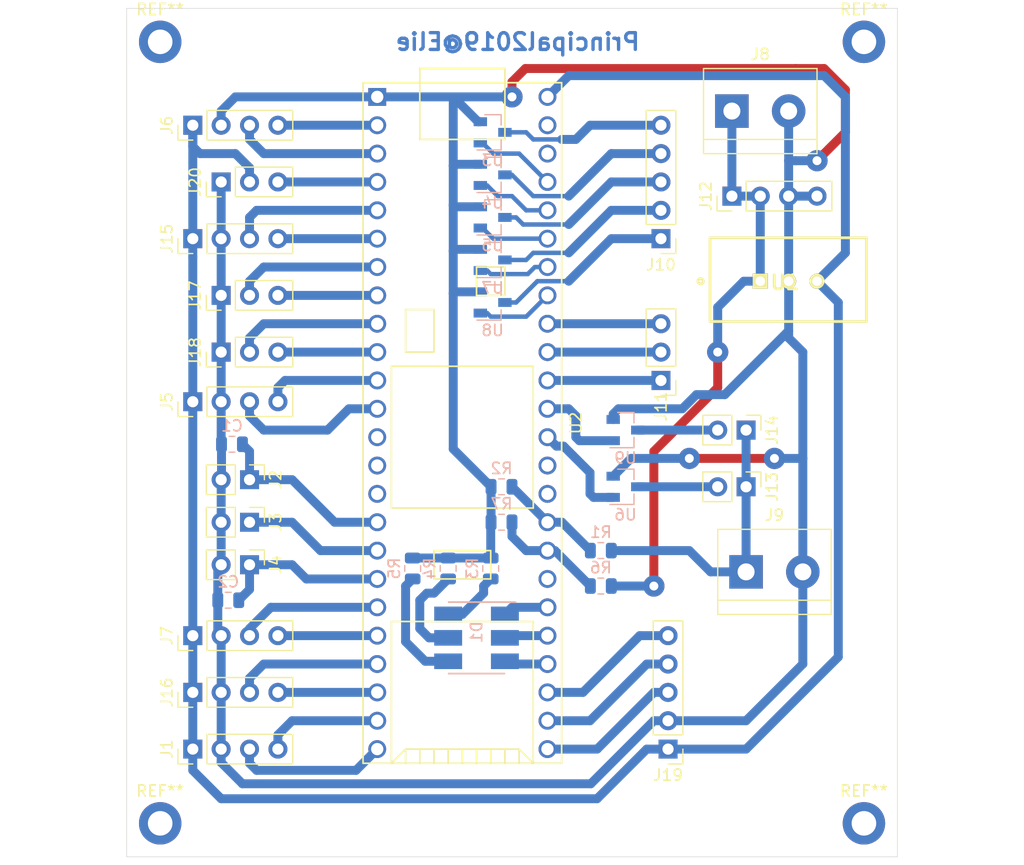
<source format=kicad_pcb>
(kicad_pcb (version 20171130) (host pcbnew 5.0.2-bee76a0~70~ubuntu18.04.1)

  (general
    (thickness 1.6)
    (drawings 5)
    (tracks 277)
    (zones 0)
    (modules 43)
    (nets 61)
  )

  (page A4)
  (title_block
    (title Principal2019)
    (date 2019-04-11)
    (rev 0.1)
    (company "ENAC Robotique")
    (comment 1 "et al.")
    (comment 2 "Adrien Caillet")
    (comment 3 "Elie Grenier")
  )

  (layers
    (0 F.Cu signal)
    (31 B.Cu signal)
    (32 B.Adhes user)
    (33 F.Adhes user)
    (34 B.Paste user)
    (35 F.Paste user)
    (36 B.SilkS user)
    (37 F.SilkS user)
    (38 B.Mask user)
    (39 F.Mask user)
    (40 Dwgs.User user)
    (41 Cmts.User user)
    (42 Eco1.User user)
    (43 Eco2.User user)
    (44 Edge.Cuts user)
    (45 Margin user)
    (46 B.CrtYd user)
    (47 F.CrtYd user)
    (48 B.Fab user)
    (49 F.Fab user)
  )

  (setup
    (last_trace_width 0.8)
    (user_trace_width 0.3)
    (user_trace_width 0.4)
    (user_trace_width 0.8)
    (user_trace_width 1.3)
    (user_trace_width 1.8)
    (trace_clearance 0.2)
    (zone_clearance 0.508)
    (zone_45_only no)
    (trace_min 0.2)
    (segment_width 0.2)
    (edge_width 0.05)
    (via_size 1.9)
    (via_drill 0.8)
    (via_min_size 0.4)
    (via_min_drill 0.3)
    (uvia_size 0.3)
    (uvia_drill 0.1)
    (uvias_allowed no)
    (uvia_min_size 0.2)
    (uvia_min_drill 0.1)
    (pcb_text_width 0.3)
    (pcb_text_size 1.5 1.5)
    (mod_edge_width 0.12)
    (mod_text_size 1 1)
    (mod_text_width 0.15)
    (pad_size 1.524 1.524)
    (pad_drill 0.762)
    (pad_to_mask_clearance 0.051)
    (solder_mask_min_width 0.25)
    (aux_axis_origin 0 0)
    (visible_elements FFFFFF7F)
    (pcbplotparams
      (layerselection 0x010fc_ffffffff)
      (usegerberextensions false)
      (usegerberattributes false)
      (usegerberadvancedattributes false)
      (creategerberjobfile false)
      (excludeedgelayer true)
      (linewidth 0.100000)
      (plotframeref false)
      (viasonmask false)
      (mode 1)
      (useauxorigin false)
      (hpglpennumber 1)
      (hpglpenspeed 20)
      (hpglpendiameter 15.000000)
      (psnegative false)
      (psa4output false)
      (plotreference true)
      (plotvalue true)
      (plotinvisibletext false)
      (padsonsilk false)
      (subtractmaskfromsilk false)
      (outputformat 1)
      (mirror false)
      (drillshape 1)
      (scaleselection 1)
      (outputdirectory ""))
  )

  (net 0 "")
  (net 1 GND)
  (net 2 /tirette)
  (net 3 /selecteur)
  (net 4 "Net-(D1-Pad5)")
  (net 5 /led_G)
  (net 6 /led_R)
  (net 7 "Net-(D1-Pad6)")
  (net 8 "Net-(D1-Pad4)")
  (net 9 /led_B)
  (net 10 +5V)
  (net 11 /Tx4)
  (net 12 /Rx4)
  (net 13 /couleur)
  (net 14 /Tx2)
  (net 15 /Rx2)
  (net 16 /Rx_raspi)
  (net 17 /Tx_raspi)
  (net 18 /CLK)
  (net 19 /DIO)
  (net 20 +12V)
  (net 21 +12P)
  (net 22 "Net-(J10-Pad5)")
  (net 23 "Net-(J10-Pad4)")
  (net 24 "Net-(J10-Pad3)")
  (net 25 "Net-(J10-Pad2)")
  (net 26 "Net-(J10-Pad1)")
  (net 27 /lidar_out3)
  (net 28 /lidar_out2)
  (net 29 /lidar_out1)
  (net 30 "Net-(J13-Pad2)")
  (net 31 "Net-(J14-Pad2)")
  (net 32 /enc1_B)
  (net 33 /enc1_A)
  (net 34 /enc2_A)
  (net 35 /enc2_B)
  (net 36 /mot1_PWM)
  (net 37 /mot1_dir)
  (net 38 /mot2_dir)
  (net 39 /mot2_PWM)
  (net 40 /Tx_dyn)
  (net 41 /Rx_dyn)
  (net 42 /RW_dyn)
  (net 43 /servo)
  (net 44 /Vpower)
  (net 45 /Vsignal)
  (net 46 "Net-(U2-Pad15)")
  (net 47 "Net-(U2-Pad14)")
  (net 48 "Net-(U2-Pad36)")
  (net 49 "Net-(U2-Pad13)")
  (net 50 "Net-(U2-Pad39)")
  (net 51 "Net-(U2-Pad40)")
  (net 52 /vanne)
  (net 53 /pompe)
  (net 54 /lidar_I5)
  (net 55 /lidar_I4)
  (net 56 /lidar_I3)
  (net 57 /lidar_I2)
  (net 58 /lidar_I1)
  (net 59 "Net-(U2-Pad51)")
  (net 60 "Net-(U2-Pad52)")

  (net_class Default "This is the default net class."
    (clearance 0.2)
    (trace_width 0.8)
    (via_dia 1.9)
    (via_drill 0.8)
    (uvia_dia 0.3)
    (uvia_drill 0.1)
    (add_net +12P)
    (add_net +12V)
    (add_net +5V)
    (add_net /CLK)
    (add_net /DIO)
    (add_net /RW_dyn)
    (add_net /Rx2)
    (add_net /Rx4)
    (add_net /Rx_dyn)
    (add_net /Rx_raspi)
    (add_net /Tx2)
    (add_net /Tx4)
    (add_net /Tx_dyn)
    (add_net /Tx_raspi)
    (add_net /Vpower)
    (add_net /Vsignal)
    (add_net /couleur)
    (add_net /enc1_A)
    (add_net /enc1_B)
    (add_net /enc2_A)
    (add_net /enc2_B)
    (add_net /led_B)
    (add_net /led_G)
    (add_net /led_R)
    (add_net /lidar_I1)
    (add_net /lidar_I2)
    (add_net /lidar_I3)
    (add_net /lidar_I4)
    (add_net /lidar_I5)
    (add_net /lidar_out1)
    (add_net /lidar_out2)
    (add_net /lidar_out3)
    (add_net /mot1_PWM)
    (add_net /mot1_dir)
    (add_net /mot2_PWM)
    (add_net /mot2_dir)
    (add_net /pompe)
    (add_net /selecteur)
    (add_net /servo)
    (add_net /tirette)
    (add_net /vanne)
    (add_net GND)
    (add_net "Net-(D1-Pad4)")
    (add_net "Net-(D1-Pad5)")
    (add_net "Net-(D1-Pad6)")
    (add_net "Net-(J10-Pad1)")
    (add_net "Net-(J10-Pad2)")
    (add_net "Net-(J10-Pad3)")
    (add_net "Net-(J10-Pad4)")
    (add_net "Net-(J10-Pad5)")
    (add_net "Net-(J13-Pad2)")
    (add_net "Net-(J14-Pad2)")
    (add_net "Net-(U2-Pad13)")
    (add_net "Net-(U2-Pad14)")
    (add_net "Net-(U2-Pad15)")
    (add_net "Net-(U2-Pad36)")
    (add_net "Net-(U2-Pad39)")
    (add_net "Net-(U2-Pad40)")
    (add_net "Net-(U2-Pad51)")
    (add_net "Net-(U2-Pad52)")
  )

  (module MountingHole:MountingHole_2.2mm_M2_DIN965_Pad (layer F.Cu) (tedit 56D1B4CB) (tstamp 5CAF478C)
    (at 119 70)
    (descr "Mounting Hole 2.2mm, M2, DIN965")
    (tags "mounting hole 2.2mm m2 din965")
    (attr virtual)
    (fp_text reference REF** (at 0 -2.9) (layer F.SilkS)
      (effects (font (size 1 1) (thickness 0.15)))
    )
    (fp_text value MountingHole_2.2mm_M2_DIN965_Pad (at 0 2.9) (layer F.Fab)
      (effects (font (size 1 1) (thickness 0.15)))
    )
    (fp_text user %R (at 0.3 0) (layer F.Fab)
      (effects (font (size 1 1) (thickness 0.15)))
    )
    (fp_circle (center 0 0) (end 1.9 0) (layer Cmts.User) (width 0.15))
    (fp_circle (center 0 0) (end 2.15 0) (layer F.CrtYd) (width 0.05))
    (pad 1 thru_hole circle (at 0 0) (size 3.8 3.8) (drill 2.2) (layers *.Cu *.Mask))
  )

  (module MountingHole:MountingHole_2.2mm_M2_DIN965_Pad (layer F.Cu) (tedit 56D1B4CB) (tstamp 5CAF478C)
    (at 182 140)
    (descr "Mounting Hole 2.2mm, M2, DIN965")
    (tags "mounting hole 2.2mm m2 din965")
    (attr virtual)
    (fp_text reference REF** (at 0 -2.9) (layer F.SilkS)
      (effects (font (size 1 1) (thickness 0.15)))
    )
    (fp_text value MountingHole_2.2mm_M2_DIN965_Pad (at 0 2.9) (layer F.Fab)
      (effects (font (size 1 1) (thickness 0.15)))
    )
    (fp_text user %R (at 0.3 0) (layer F.Fab)
      (effects (font (size 1 1) (thickness 0.15)))
    )
    (fp_circle (center 0 0) (end 1.9 0) (layer Cmts.User) (width 0.15))
    (fp_circle (center 0 0) (end 2.15 0) (layer F.CrtYd) (width 0.05))
    (pad 1 thru_hole circle (at 0 0) (size 3.8 3.8) (drill 2.2) (layers *.Cu *.Mask))
  )

  (module MountingHole:MountingHole_2.2mm_M2_DIN965_Pad (layer F.Cu) (tedit 56D1B4CB) (tstamp 5CAF478C)
    (at 119 140)
    (descr "Mounting Hole 2.2mm, M2, DIN965")
    (tags "mounting hole 2.2mm m2 din965")
    (attr virtual)
    (fp_text reference REF** (at 0 -2.9) (layer F.SilkS)
      (effects (font (size 1 1) (thickness 0.15)))
    )
    (fp_text value MountingHole_2.2mm_M2_DIN965_Pad (at 0 2.9) (layer F.Fab)
      (effects (font (size 1 1) (thickness 0.15)))
    )
    (fp_text user %R (at 0.3 0) (layer F.Fab)
      (effects (font (size 1 1) (thickness 0.15)))
    )
    (fp_circle (center 0 0) (end 1.9 0) (layer Cmts.User) (width 0.15))
    (fp_circle (center 0 0) (end 2.15 0) (layer F.CrtYd) (width 0.05))
    (pad 1 thru_hole circle (at 0 0) (size 3.8 3.8) (drill 2.2) (layers *.Cu *.Mask))
  )

  (module MountingHole:MountingHole_2.2mm_M2_DIN965_Pad (layer F.Cu) (tedit 56D1B4CB) (tstamp 5CAF478A)
    (at 182 70)
    (descr "Mounting Hole 2.2mm, M2, DIN965")
    (tags "mounting hole 2.2mm m2 din965")
    (attr virtual)
    (fp_text reference REF** (at 0 -2.9) (layer F.SilkS)
      (effects (font (size 1 1) (thickness 0.15)))
    )
    (fp_text value MountingHole_2.2mm_M2_DIN965_Pad (at 0 2.9) (layer F.Fab)
      (effects (font (size 1 1) (thickness 0.15)))
    )
    (fp_circle (center 0 0) (end 2.15 0) (layer F.CrtYd) (width 0.05))
    (fp_circle (center 0 0) (end 1.9 0) (layer Cmts.User) (width 0.15))
    (fp_text user %R (at 0.3 0) (layer F.Fab)
      (effects (font (size 1 1) (thickness 0.15)))
    )
    (pad 1 thru_hole circle (at 0 0) (size 3.8 3.8) (drill 2.2) (layers *.Cu *.Mask))
  )

  (module Resistor_SMD:R_0805_2012Metric (layer B.Cu) (tedit 5B36C52B) (tstamp 5CAEB016)
    (at 141.605 117.1725 270)
    (descr "Resistor SMD 0805 (2012 Metric), square (rectangular) end terminal, IPC_7351 nominal, (Body size source: https://docs.google.com/spreadsheets/d/1BsfQQcO9C6DZCsRaXUlFlo91Tg2WpOkGARC1WS5S8t0/edit?usp=sharing), generated with kicad-footprint-generator")
    (tags resistor)
    (path /5CB1E640)
    (attr smd)
    (fp_text reference R5 (at 0 1.65 270) (layer B.SilkS)
      (effects (font (size 1 1) (thickness 0.15)) (justify mirror))
    )
    (fp_text value 10 (at 0 -1.65 270) (layer B.Fab)
      (effects (font (size 1 1) (thickness 0.15)) (justify mirror))
    )
    (fp_text user %R (at 0 0 270) (layer B.Fab)
      (effects (font (size 0.5 0.5) (thickness 0.08)) (justify mirror))
    )
    (fp_line (start 1.68 -0.95) (end -1.68 -0.95) (layer B.CrtYd) (width 0.05))
    (fp_line (start 1.68 0.95) (end 1.68 -0.95) (layer B.CrtYd) (width 0.05))
    (fp_line (start -1.68 0.95) (end 1.68 0.95) (layer B.CrtYd) (width 0.05))
    (fp_line (start -1.68 -0.95) (end -1.68 0.95) (layer B.CrtYd) (width 0.05))
    (fp_line (start -0.258578 -0.71) (end 0.258578 -0.71) (layer B.SilkS) (width 0.12))
    (fp_line (start -0.258578 0.71) (end 0.258578 0.71) (layer B.SilkS) (width 0.12))
    (fp_line (start 1 -0.6) (end -1 -0.6) (layer B.Fab) (width 0.1))
    (fp_line (start 1 0.6) (end 1 -0.6) (layer B.Fab) (width 0.1))
    (fp_line (start -1 0.6) (end 1 0.6) (layer B.Fab) (width 0.1))
    (fp_line (start -1 -0.6) (end -1 0.6) (layer B.Fab) (width 0.1))
    (pad 2 smd roundrect (at 0.9375 0 270) (size 0.975 1.4) (layers B.Cu B.Paste B.Mask) (roundrect_rratio 0.25)
      (net 8 "Net-(D1-Pad4)"))
    (pad 1 smd roundrect (at -0.9375 0 270) (size 0.975 1.4) (layers B.Cu B.Paste B.Mask) (roundrect_rratio 0.25)
      (net 1 GND))
    (model ${KISYS3DMOD}/Resistor_SMD.3dshapes/R_0805_2012Metric.wrl
      (at (xyz 0 0 0))
      (scale (xyz 1 1 1))
      (rotate (xyz 0 0 0))
    )
  )

  (module Capacitor_SMD:C_0805_2012Metric (layer B.Cu) (tedit 5B36C52B) (tstamp 5CAE8FD9)
    (at 125.4275 106.045 180)
    (descr "Capacitor SMD 0805 (2012 Metric), square (rectangular) end terminal, IPC_7351 nominal, (Body size source: https://docs.google.com/spreadsheets/d/1BsfQQcO9C6DZCsRaXUlFlo91Tg2WpOkGARC1WS5S8t0/edit?usp=sharing), generated with kicad-footprint-generator")
    (tags capacitor)
    (path /5CACE41B)
    (attr smd)
    (fp_text reference C1 (at 0 1.65 180) (layer B.SilkS)
      (effects (font (size 1 1) (thickness 0.15)) (justify mirror))
    )
    (fp_text value 100n (at 0 -1.65 180) (layer B.Fab)
      (effects (font (size 1 1) (thickness 0.15)) (justify mirror))
    )
    (fp_text user %R (at 0 0 180) (layer B.Fab)
      (effects (font (size 0.5 0.5) (thickness 0.08)) (justify mirror))
    )
    (fp_line (start 1.68 -0.95) (end -1.68 -0.95) (layer B.CrtYd) (width 0.05))
    (fp_line (start 1.68 0.95) (end 1.68 -0.95) (layer B.CrtYd) (width 0.05))
    (fp_line (start -1.68 0.95) (end 1.68 0.95) (layer B.CrtYd) (width 0.05))
    (fp_line (start -1.68 -0.95) (end -1.68 0.95) (layer B.CrtYd) (width 0.05))
    (fp_line (start -0.258578 -0.71) (end 0.258578 -0.71) (layer B.SilkS) (width 0.12))
    (fp_line (start -0.258578 0.71) (end 0.258578 0.71) (layer B.SilkS) (width 0.12))
    (fp_line (start 1 -0.6) (end -1 -0.6) (layer B.Fab) (width 0.1))
    (fp_line (start 1 0.6) (end 1 -0.6) (layer B.Fab) (width 0.1))
    (fp_line (start -1 0.6) (end 1 0.6) (layer B.Fab) (width 0.1))
    (fp_line (start -1 -0.6) (end -1 0.6) (layer B.Fab) (width 0.1))
    (pad 2 smd roundrect (at 0.9375 0 180) (size 0.975 1.4) (layers B.Cu B.Paste B.Mask) (roundrect_rratio 0.25)
      (net 1 GND))
    (pad 1 smd roundrect (at -0.9375 0 180) (size 0.975 1.4) (layers B.Cu B.Paste B.Mask) (roundrect_rratio 0.25)
      (net 2 /tirette))
    (model ${KISYS3DMOD}/Capacitor_SMD.3dshapes/C_0805_2012Metric.wrl
      (at (xyz 0 0 0))
      (scale (xyz 1 1 1))
      (rotate (xyz 0 0 0))
    )
  )

  (module Capacitor_SMD:C_0805_2012Metric (layer B.Cu) (tedit 5B36C52B) (tstamp 5CAEDAF4)
    (at 125.095 120.015 180)
    (descr "Capacitor SMD 0805 (2012 Metric), square (rectangular) end terminal, IPC_7351 nominal, (Body size source: https://docs.google.com/spreadsheets/d/1BsfQQcO9C6DZCsRaXUlFlo91Tg2WpOkGARC1WS5S8t0/edit?usp=sharing), generated with kicad-footprint-generator")
    (tags capacitor)
    (path /5CB73A4A)
    (attr smd)
    (fp_text reference C2 (at 0 1.65 180) (layer B.SilkS)
      (effects (font (size 1 1) (thickness 0.15)) (justify mirror))
    )
    (fp_text value 100n (at 0 -1.65 180) (layer B.Fab)
      (effects (font (size 1 1) (thickness 0.15)) (justify mirror))
    )
    (fp_line (start -1 -0.6) (end -1 0.6) (layer B.Fab) (width 0.1))
    (fp_line (start -1 0.6) (end 1 0.6) (layer B.Fab) (width 0.1))
    (fp_line (start 1 0.6) (end 1 -0.6) (layer B.Fab) (width 0.1))
    (fp_line (start 1 -0.6) (end -1 -0.6) (layer B.Fab) (width 0.1))
    (fp_line (start -0.258578 0.71) (end 0.258578 0.71) (layer B.SilkS) (width 0.12))
    (fp_line (start -0.258578 -0.71) (end 0.258578 -0.71) (layer B.SilkS) (width 0.12))
    (fp_line (start -1.68 -0.95) (end -1.68 0.95) (layer B.CrtYd) (width 0.05))
    (fp_line (start -1.68 0.95) (end 1.68 0.95) (layer B.CrtYd) (width 0.05))
    (fp_line (start 1.68 0.95) (end 1.68 -0.95) (layer B.CrtYd) (width 0.05))
    (fp_line (start 1.68 -0.95) (end -1.68 -0.95) (layer B.CrtYd) (width 0.05))
    (fp_text user %R (at 0 0 180) (layer B.Fab)
      (effects (font (size 0.5 0.5) (thickness 0.08)) (justify mirror))
    )
    (pad 1 smd roundrect (at -0.9375 0 180) (size 0.975 1.4) (layers B.Cu B.Paste B.Mask) (roundrect_rratio 0.25)
      (net 3 /selecteur))
    (pad 2 smd roundrect (at 0.9375 0 180) (size 0.975 1.4) (layers B.Cu B.Paste B.Mask) (roundrect_rratio 0.25)
      (net 1 GND))
    (model ${KISYS3DMOD}/Capacitor_SMD.3dshapes/C_0805_2012Metric.wrl
      (at (xyz 0 0 0))
      (scale (xyz 1 1 1))
      (rotate (xyz 0 0 0))
    )
  )

  (module myFootprints:PLCC6_CLP6C-FKB (layer B.Cu) (tedit 5C991299) (tstamp 5CAE8FFB)
    (at 147.32 123.385 180)
    (path /5CB1D336)
    (fp_text reference D1 (at 0 0.508 90) (layer B.SilkS)
      (effects (font (size 1 1) (thickness 0.15)) (justify mirror))
    )
    (fp_text value LED (at 0 6.35 180) (layer B.Fab)
      (effects (font (size 1 1) (thickness 0.15)) (justify mirror))
    )
    (fp_line (start -2.5 -3) (end 2.5 -3) (layer B.Fab) (width 0.15))
    (fp_line (start 2.5 -3) (end 2.5 3) (layer B.Fab) (width 0.15))
    (fp_line (start 2.5 3) (end -2.5 3) (layer B.Fab) (width 0.15))
    (fp_line (start -2.5 3) (end -2.5 -3) (layer B.Fab) (width 0.15))
    (fp_line (start -2.5 2) (end -1.5 3) (layer B.Fab) (width 0.15))
    (fp_line (start -2.5 -3.2) (end 2.5 -3.2) (layer B.SilkS) (width 0.15))
    (fp_line (start -3.5 3.2) (end 2.5 3.2) (layer B.SilkS) (width 0.15))
    (pad 5 smd rect (at 2.54 0 180) (size 2.5 1.4) (layers B.Cu B.Paste B.Mask)
      (net 4 "Net-(D1-Pad5)"))
    (pad 2 smd rect (at -2.54 0 180) (size 2.5 1.4) (layers B.Cu B.Paste B.Mask)
      (net 5 /led_G))
    (pad 1 smd rect (at -2.54 2.1 180) (size 2.5 1.4) (layers B.Cu B.Paste B.Mask)
      (net 6 /led_R))
    (pad 6 smd rect (at 2.54 2.1 180) (size 2.5 1.4) (layers B.Cu B.Paste B.Mask)
      (net 7 "Net-(D1-Pad6)"))
    (pad 4 smd rect (at 2.54 -2.1 180) (size 2.5 1.4) (layers B.Cu B.Paste B.Mask)
      (net 8 "Net-(D1-Pad4)"))
    (pad 3 smd rect (at -2.54 -2.1 180) (size 2.5 1.4) (layers B.Cu B.Paste B.Mask)
      (net 9 /led_B))
  )

  (module Connector_PinHeader_2.54mm:PinHeader_1x04_P2.54mm_Vertical (layer F.Cu) (tedit 59FED5CC) (tstamp 5CAE9013)
    (at 121.92 133.35 90)
    (descr "Through hole straight pin header, 1x04, 2.54mm pitch, single row")
    (tags "Through hole pin header THT 1x04 2.54mm single row")
    (path /5CE1B1C1)
    (fp_text reference J1 (at 0 -2.33 90) (layer F.SilkS)
      (effects (font (size 1 1) (thickness 0.15)))
    )
    (fp_text value UART4 (at 0 9.95 90) (layer F.Fab)
      (effects (font (size 1 1) (thickness 0.15)))
    )
    (fp_line (start -0.635 -1.27) (end 1.27 -1.27) (layer F.Fab) (width 0.1))
    (fp_line (start 1.27 -1.27) (end 1.27 8.89) (layer F.Fab) (width 0.1))
    (fp_line (start 1.27 8.89) (end -1.27 8.89) (layer F.Fab) (width 0.1))
    (fp_line (start -1.27 8.89) (end -1.27 -0.635) (layer F.Fab) (width 0.1))
    (fp_line (start -1.27 -0.635) (end -0.635 -1.27) (layer F.Fab) (width 0.1))
    (fp_line (start -1.33 8.95) (end 1.33 8.95) (layer F.SilkS) (width 0.12))
    (fp_line (start -1.33 1.27) (end -1.33 8.95) (layer F.SilkS) (width 0.12))
    (fp_line (start 1.33 1.27) (end 1.33 8.95) (layer F.SilkS) (width 0.12))
    (fp_line (start -1.33 1.27) (end 1.33 1.27) (layer F.SilkS) (width 0.12))
    (fp_line (start -1.33 0) (end -1.33 -1.33) (layer F.SilkS) (width 0.12))
    (fp_line (start -1.33 -1.33) (end 0 -1.33) (layer F.SilkS) (width 0.12))
    (fp_line (start -1.8 -1.8) (end -1.8 9.4) (layer F.CrtYd) (width 0.05))
    (fp_line (start -1.8 9.4) (end 1.8 9.4) (layer F.CrtYd) (width 0.05))
    (fp_line (start 1.8 9.4) (end 1.8 -1.8) (layer F.CrtYd) (width 0.05))
    (fp_line (start 1.8 -1.8) (end -1.8 -1.8) (layer F.CrtYd) (width 0.05))
    (fp_text user %R (at 0 3.81 180) (layer F.Fab)
      (effects (font (size 1 1) (thickness 0.15)))
    )
    (pad 1 thru_hole rect (at 0 0 90) (size 1.7 1.7) (drill 1) (layers *.Cu *.Mask)
      (net 10 +5V))
    (pad 2 thru_hole oval (at 0 2.54 90) (size 1.7 1.7) (drill 1) (layers *.Cu *.Mask)
      (net 1 GND))
    (pad 3 thru_hole oval (at 0 5.08 90) (size 1.7 1.7) (drill 1) (layers *.Cu *.Mask)
      (net 11 /Tx4))
    (pad 4 thru_hole oval (at 0 7.62 90) (size 1.7 1.7) (drill 1) (layers *.Cu *.Mask)
      (net 12 /Rx4))
    (model ${KISYS3DMOD}/Connector_PinHeader_2.54mm.3dshapes/PinHeader_1x04_P2.54mm_Vertical.wrl
      (at (xyz 0 0 0))
      (scale (xyz 1 1 1))
      (rotate (xyz 0 0 0))
    )
  )

  (module Connector_PinHeader_2.54mm:PinHeader_1x02_P2.54mm_Vertical (layer F.Cu) (tedit 59FED5CC) (tstamp 5CAE9029)
    (at 127 109.22 270)
    (descr "Through hole straight pin header, 1x02, 2.54mm pitch, single row")
    (tags "Through hole pin header THT 1x02 2.54mm single row")
    (path /5CAC7091)
    (fp_text reference J2 (at 0 -2.33 270) (layer F.SilkS)
      (effects (font (size 1 1) (thickness 0.15)))
    )
    (fp_text value tirette (at 0 4.87 270) (layer F.Fab)
      (effects (font (size 1 1) (thickness 0.15)))
    )
    (fp_line (start -0.635 -1.27) (end 1.27 -1.27) (layer F.Fab) (width 0.1))
    (fp_line (start 1.27 -1.27) (end 1.27 3.81) (layer F.Fab) (width 0.1))
    (fp_line (start 1.27 3.81) (end -1.27 3.81) (layer F.Fab) (width 0.1))
    (fp_line (start -1.27 3.81) (end -1.27 -0.635) (layer F.Fab) (width 0.1))
    (fp_line (start -1.27 -0.635) (end -0.635 -1.27) (layer F.Fab) (width 0.1))
    (fp_line (start -1.33 3.87) (end 1.33 3.87) (layer F.SilkS) (width 0.12))
    (fp_line (start -1.33 1.27) (end -1.33 3.87) (layer F.SilkS) (width 0.12))
    (fp_line (start 1.33 1.27) (end 1.33 3.87) (layer F.SilkS) (width 0.12))
    (fp_line (start -1.33 1.27) (end 1.33 1.27) (layer F.SilkS) (width 0.12))
    (fp_line (start -1.33 0) (end -1.33 -1.33) (layer F.SilkS) (width 0.12))
    (fp_line (start -1.33 -1.33) (end 0 -1.33) (layer F.SilkS) (width 0.12))
    (fp_line (start -1.8 -1.8) (end -1.8 4.35) (layer F.CrtYd) (width 0.05))
    (fp_line (start -1.8 4.35) (end 1.8 4.35) (layer F.CrtYd) (width 0.05))
    (fp_line (start 1.8 4.35) (end 1.8 -1.8) (layer F.CrtYd) (width 0.05))
    (fp_line (start 1.8 -1.8) (end -1.8 -1.8) (layer F.CrtYd) (width 0.05))
    (fp_text user %R (at 0 1.27) (layer F.Fab)
      (effects (font (size 1 1) (thickness 0.15)))
    )
    (pad 1 thru_hole rect (at 0 0 270) (size 1.7 1.7) (drill 1) (layers *.Cu *.Mask)
      (net 2 /tirette))
    (pad 2 thru_hole oval (at 0 2.54 270) (size 1.7 1.7) (drill 1) (layers *.Cu *.Mask)
      (net 1 GND))
    (model ${KISYS3DMOD}/Connector_PinHeader_2.54mm.3dshapes/PinHeader_1x02_P2.54mm_Vertical.wrl
      (at (xyz 0 0 0))
      (scale (xyz 1 1 1))
      (rotate (xyz 0 0 0))
    )
  )

  (module Connector_PinHeader_2.54mm:PinHeader_1x02_P2.54mm_Vertical (layer F.Cu) (tedit 59FED5CC) (tstamp 5CAEA8EA)
    (at 127 113.03 270)
    (descr "Through hole straight pin header, 1x02, 2.54mm pitch, single row")
    (tags "Through hole pin header THT 1x02 2.54mm single row")
    (path /5CACC278)
    (fp_text reference J3 (at 0 -2.33 270) (layer F.SilkS)
      (effects (font (size 1 1) (thickness 0.15)))
    )
    (fp_text value couleur (at 0 4.87 270) (layer F.Fab)
      (effects (font (size 1 1) (thickness 0.15)))
    )
    (fp_text user %R (at 0 1.27) (layer F.Fab)
      (effects (font (size 1 1) (thickness 0.15)))
    )
    (fp_line (start 1.8 -1.8) (end -1.8 -1.8) (layer F.CrtYd) (width 0.05))
    (fp_line (start 1.8 4.35) (end 1.8 -1.8) (layer F.CrtYd) (width 0.05))
    (fp_line (start -1.8 4.35) (end 1.8 4.35) (layer F.CrtYd) (width 0.05))
    (fp_line (start -1.8 -1.8) (end -1.8 4.35) (layer F.CrtYd) (width 0.05))
    (fp_line (start -1.33 -1.33) (end 0 -1.33) (layer F.SilkS) (width 0.12))
    (fp_line (start -1.33 0) (end -1.33 -1.33) (layer F.SilkS) (width 0.12))
    (fp_line (start -1.33 1.27) (end 1.33 1.27) (layer F.SilkS) (width 0.12))
    (fp_line (start 1.33 1.27) (end 1.33 3.87) (layer F.SilkS) (width 0.12))
    (fp_line (start -1.33 1.27) (end -1.33 3.87) (layer F.SilkS) (width 0.12))
    (fp_line (start -1.33 3.87) (end 1.33 3.87) (layer F.SilkS) (width 0.12))
    (fp_line (start -1.27 -0.635) (end -0.635 -1.27) (layer F.Fab) (width 0.1))
    (fp_line (start -1.27 3.81) (end -1.27 -0.635) (layer F.Fab) (width 0.1))
    (fp_line (start 1.27 3.81) (end -1.27 3.81) (layer F.Fab) (width 0.1))
    (fp_line (start 1.27 -1.27) (end 1.27 3.81) (layer F.Fab) (width 0.1))
    (fp_line (start -0.635 -1.27) (end 1.27 -1.27) (layer F.Fab) (width 0.1))
    (pad 2 thru_hole oval (at 0 2.54 270) (size 1.7 1.7) (drill 1) (layers *.Cu *.Mask)
      (net 1 GND))
    (pad 1 thru_hole rect (at 0 0 270) (size 1.7 1.7) (drill 1) (layers *.Cu *.Mask)
      (net 13 /couleur))
    (model ${KISYS3DMOD}/Connector_PinHeader_2.54mm.3dshapes/PinHeader_1x02_P2.54mm_Vertical.wrl
      (at (xyz 0 0 0))
      (scale (xyz 1 1 1))
      (rotate (xyz 0 0 0))
    )
  )

  (module Connector_PinHeader_2.54mm:PinHeader_1x02_P2.54mm_Vertical (layer F.Cu) (tedit 59FED5CC) (tstamp 5CAE9055)
    (at 127 116.84 270)
    (descr "Through hole straight pin header, 1x02, 2.54mm pitch, single row")
    (tags "Through hole pin header THT 1x02 2.54mm single row")
    (path /5CB73A3E)
    (fp_text reference J4 (at 0 -2.33 270) (layer F.SilkS)
      (effects (font (size 1 1) (thickness 0.15)))
    )
    (fp_text value selecteur (at 0 4.87 270) (layer F.Fab)
      (effects (font (size 1 1) (thickness 0.15)))
    )
    (fp_line (start -0.635 -1.27) (end 1.27 -1.27) (layer F.Fab) (width 0.1))
    (fp_line (start 1.27 -1.27) (end 1.27 3.81) (layer F.Fab) (width 0.1))
    (fp_line (start 1.27 3.81) (end -1.27 3.81) (layer F.Fab) (width 0.1))
    (fp_line (start -1.27 3.81) (end -1.27 -0.635) (layer F.Fab) (width 0.1))
    (fp_line (start -1.27 -0.635) (end -0.635 -1.27) (layer F.Fab) (width 0.1))
    (fp_line (start -1.33 3.87) (end 1.33 3.87) (layer F.SilkS) (width 0.12))
    (fp_line (start -1.33 1.27) (end -1.33 3.87) (layer F.SilkS) (width 0.12))
    (fp_line (start 1.33 1.27) (end 1.33 3.87) (layer F.SilkS) (width 0.12))
    (fp_line (start -1.33 1.27) (end 1.33 1.27) (layer F.SilkS) (width 0.12))
    (fp_line (start -1.33 0) (end -1.33 -1.33) (layer F.SilkS) (width 0.12))
    (fp_line (start -1.33 -1.33) (end 0 -1.33) (layer F.SilkS) (width 0.12))
    (fp_line (start -1.8 -1.8) (end -1.8 4.35) (layer F.CrtYd) (width 0.05))
    (fp_line (start -1.8 4.35) (end 1.8 4.35) (layer F.CrtYd) (width 0.05))
    (fp_line (start 1.8 4.35) (end 1.8 -1.8) (layer F.CrtYd) (width 0.05))
    (fp_line (start 1.8 -1.8) (end -1.8 -1.8) (layer F.CrtYd) (width 0.05))
    (fp_text user %R (at 0 1.27) (layer F.Fab)
      (effects (font (size 1 1) (thickness 0.15)))
    )
    (pad 1 thru_hole rect (at 0 0 270) (size 1.7 1.7) (drill 1) (layers *.Cu *.Mask)
      (net 3 /selecteur))
    (pad 2 thru_hole oval (at 0 2.54 270) (size 1.7 1.7) (drill 1) (layers *.Cu *.Mask)
      (net 1 GND))
    (model ${KISYS3DMOD}/Connector_PinHeader_2.54mm.3dshapes/PinHeader_1x02_P2.54mm_Vertical.wrl
      (at (xyz 0 0 0))
      (scale (xyz 1 1 1))
      (rotate (xyz 0 0 0))
    )
  )

  (module Connector_PinHeader_2.54mm:PinHeader_1x04_P2.54mm_Vertical (layer F.Cu) (tedit 59FED5CC) (tstamp 5CAEA050)
    (at 121.92 102.235 90)
    (descr "Through hole straight pin header, 1x04, 2.54mm pitch, single row")
    (tags "Through hole pin header THT 1x04 2.54mm single row")
    (path /5CC60229)
    (fp_text reference J5 (at 0 -2.33 90) (layer F.SilkS)
      (effects (font (size 1 1) (thickness 0.15)))
    )
    (fp_text value UART2 (at 0 9.95 90) (layer F.Fab)
      (effects (font (size 1 1) (thickness 0.15)))
    )
    (fp_line (start -0.635 -1.27) (end 1.27 -1.27) (layer F.Fab) (width 0.1))
    (fp_line (start 1.27 -1.27) (end 1.27 8.89) (layer F.Fab) (width 0.1))
    (fp_line (start 1.27 8.89) (end -1.27 8.89) (layer F.Fab) (width 0.1))
    (fp_line (start -1.27 8.89) (end -1.27 -0.635) (layer F.Fab) (width 0.1))
    (fp_line (start -1.27 -0.635) (end -0.635 -1.27) (layer F.Fab) (width 0.1))
    (fp_line (start -1.33 8.95) (end 1.33 8.95) (layer F.SilkS) (width 0.12))
    (fp_line (start -1.33 1.27) (end -1.33 8.95) (layer F.SilkS) (width 0.12))
    (fp_line (start 1.33 1.27) (end 1.33 8.95) (layer F.SilkS) (width 0.12))
    (fp_line (start -1.33 1.27) (end 1.33 1.27) (layer F.SilkS) (width 0.12))
    (fp_line (start -1.33 0) (end -1.33 -1.33) (layer F.SilkS) (width 0.12))
    (fp_line (start -1.33 -1.33) (end 0 -1.33) (layer F.SilkS) (width 0.12))
    (fp_line (start -1.8 -1.8) (end -1.8 9.4) (layer F.CrtYd) (width 0.05))
    (fp_line (start -1.8 9.4) (end 1.8 9.4) (layer F.CrtYd) (width 0.05))
    (fp_line (start 1.8 9.4) (end 1.8 -1.8) (layer F.CrtYd) (width 0.05))
    (fp_line (start 1.8 -1.8) (end -1.8 -1.8) (layer F.CrtYd) (width 0.05))
    (fp_text user %R (at 0 3.81 180) (layer F.Fab)
      (effects (font (size 1 1) (thickness 0.15)))
    )
    (pad 1 thru_hole rect (at 0 0 90) (size 1.7 1.7) (drill 1) (layers *.Cu *.Mask)
      (net 10 +5V))
    (pad 2 thru_hole oval (at 0 2.54 90) (size 1.7 1.7) (drill 1) (layers *.Cu *.Mask)
      (net 1 GND))
    (pad 3 thru_hole oval (at 0 5.08 90) (size 1.7 1.7) (drill 1) (layers *.Cu *.Mask)
      (net 14 /Tx2))
    (pad 4 thru_hole oval (at 0 7.62 90) (size 1.7 1.7) (drill 1) (layers *.Cu *.Mask)
      (net 15 /Rx2))
    (model ${KISYS3DMOD}/Connector_PinHeader_2.54mm.3dshapes/PinHeader_1x04_P2.54mm_Vertical.wrl
      (at (xyz 0 0 0))
      (scale (xyz 1 1 1))
      (rotate (xyz 0 0 0))
    )
  )

  (module Connector_PinHeader_2.54mm:PinHeader_1x04_P2.54mm_Vertical (layer F.Cu) (tedit 59FED5CC) (tstamp 5CAE9085)
    (at 121.92 77.47 90)
    (descr "Through hole straight pin header, 1x04, 2.54mm pitch, single row")
    (tags "Through hole pin header THT 1x04 2.54mm single row")
    (path /5CADAC11)
    (fp_text reference J6 (at 0 -2.33 90) (layer F.SilkS)
      (effects (font (size 1 1) (thickness 0.15)))
    )
    (fp_text value Raspi (at 0 9.95 90) (layer F.Fab)
      (effects (font (size 1 1) (thickness 0.15)))
    )
    (fp_text user %R (at 0 3.81 180) (layer F.Fab)
      (effects (font (size 1 1) (thickness 0.15)))
    )
    (fp_line (start 1.8 -1.8) (end -1.8 -1.8) (layer F.CrtYd) (width 0.05))
    (fp_line (start 1.8 9.4) (end 1.8 -1.8) (layer F.CrtYd) (width 0.05))
    (fp_line (start -1.8 9.4) (end 1.8 9.4) (layer F.CrtYd) (width 0.05))
    (fp_line (start -1.8 -1.8) (end -1.8 9.4) (layer F.CrtYd) (width 0.05))
    (fp_line (start -1.33 -1.33) (end 0 -1.33) (layer F.SilkS) (width 0.12))
    (fp_line (start -1.33 0) (end -1.33 -1.33) (layer F.SilkS) (width 0.12))
    (fp_line (start -1.33 1.27) (end 1.33 1.27) (layer F.SilkS) (width 0.12))
    (fp_line (start 1.33 1.27) (end 1.33 8.95) (layer F.SilkS) (width 0.12))
    (fp_line (start -1.33 1.27) (end -1.33 8.95) (layer F.SilkS) (width 0.12))
    (fp_line (start -1.33 8.95) (end 1.33 8.95) (layer F.SilkS) (width 0.12))
    (fp_line (start -1.27 -0.635) (end -0.635 -1.27) (layer F.Fab) (width 0.1))
    (fp_line (start -1.27 8.89) (end -1.27 -0.635) (layer F.Fab) (width 0.1))
    (fp_line (start 1.27 8.89) (end -1.27 8.89) (layer F.Fab) (width 0.1))
    (fp_line (start 1.27 -1.27) (end 1.27 8.89) (layer F.Fab) (width 0.1))
    (fp_line (start -0.635 -1.27) (end 1.27 -1.27) (layer F.Fab) (width 0.1))
    (pad 4 thru_hole oval (at 0 7.62 90) (size 1.7 1.7) (drill 1) (layers *.Cu *.Mask)
      (net 16 /Rx_raspi))
    (pad 3 thru_hole oval (at 0 5.08 90) (size 1.7 1.7) (drill 1) (layers *.Cu *.Mask)
      (net 17 /Tx_raspi))
    (pad 2 thru_hole oval (at 0 2.54 90) (size 1.7 1.7) (drill 1) (layers *.Cu *.Mask)
      (net 1 GND))
    (pad 1 thru_hole rect (at 0 0 90) (size 1.7 1.7) (drill 1) (layers *.Cu *.Mask)
      (net 10 +5V))
    (model ${KISYS3DMOD}/Connector_PinHeader_2.54mm.3dshapes/PinHeader_1x04_P2.54mm_Vertical.wrl
      (at (xyz 0 0 0))
      (scale (xyz 1 1 1))
      (rotate (xyz 0 0 0))
    )
  )

  (module Connector_PinHeader_2.54mm:PinHeader_1x04_P2.54mm_Vertical (layer F.Cu) (tedit 59FED5CC) (tstamp 5CAE909D)
    (at 121.92 123.19 90)
    (descr "Through hole straight pin header, 1x04, 2.54mm pitch, single row")
    (tags "Through hole pin header THT 1x04 2.54mm single row")
    (path /5CAA3087)
    (fp_text reference J7 (at 0 -2.33 90) (layer F.SilkS)
      (effects (font (size 1 1) (thickness 0.15)))
    )
    (fp_text value doigt_display (at 0 9.95 90) (layer F.Fab)
      (effects (font (size 1 1) (thickness 0.15)))
    )
    (fp_text user %R (at 0 3.81 180) (layer F.Fab)
      (effects (font (size 1 1) (thickness 0.15)))
    )
    (fp_line (start 1.8 -1.8) (end -1.8 -1.8) (layer F.CrtYd) (width 0.05))
    (fp_line (start 1.8 9.4) (end 1.8 -1.8) (layer F.CrtYd) (width 0.05))
    (fp_line (start -1.8 9.4) (end 1.8 9.4) (layer F.CrtYd) (width 0.05))
    (fp_line (start -1.8 -1.8) (end -1.8 9.4) (layer F.CrtYd) (width 0.05))
    (fp_line (start -1.33 -1.33) (end 0 -1.33) (layer F.SilkS) (width 0.12))
    (fp_line (start -1.33 0) (end -1.33 -1.33) (layer F.SilkS) (width 0.12))
    (fp_line (start -1.33 1.27) (end 1.33 1.27) (layer F.SilkS) (width 0.12))
    (fp_line (start 1.33 1.27) (end 1.33 8.95) (layer F.SilkS) (width 0.12))
    (fp_line (start -1.33 1.27) (end -1.33 8.95) (layer F.SilkS) (width 0.12))
    (fp_line (start -1.33 8.95) (end 1.33 8.95) (layer F.SilkS) (width 0.12))
    (fp_line (start -1.27 -0.635) (end -0.635 -1.27) (layer F.Fab) (width 0.1))
    (fp_line (start -1.27 8.89) (end -1.27 -0.635) (layer F.Fab) (width 0.1))
    (fp_line (start 1.27 8.89) (end -1.27 8.89) (layer F.Fab) (width 0.1))
    (fp_line (start 1.27 -1.27) (end 1.27 8.89) (layer F.Fab) (width 0.1))
    (fp_line (start -0.635 -1.27) (end 1.27 -1.27) (layer F.Fab) (width 0.1))
    (pad 4 thru_hole oval (at 0 7.62 90) (size 1.7 1.7) (drill 1) (layers *.Cu *.Mask)
      (net 18 /CLK))
    (pad 3 thru_hole oval (at 0 5.08 90) (size 1.7 1.7) (drill 1) (layers *.Cu *.Mask)
      (net 19 /DIO))
    (pad 2 thru_hole oval (at 0 2.54 90) (size 1.7 1.7) (drill 1) (layers *.Cu *.Mask)
      (net 1 GND))
    (pad 1 thru_hole rect (at 0 0 90) (size 1.7 1.7) (drill 1) (layers *.Cu *.Mask)
      (net 10 +5V))
    (model ${KISYS3DMOD}/Connector_PinHeader_2.54mm.3dshapes/PinHeader_1x04_P2.54mm_Vertical.wrl
      (at (xyz 0 0 0))
      (scale (xyz 1 1 1))
      (rotate (xyz 0 0 0))
    )
  )

  (module myFootprints:TerminalBlock_bornier-2_P5.08mm (layer F.Cu) (tedit 5CAB9755) (tstamp 5CAED65A)
    (at 170.18 76.2)
    (descr "simple 2-pin terminal block, pitch 5.08mm, revamped version of bornier2")
    (tags "terminal block bornier2")
    (path /5CABFCDB)
    (fp_text reference J8 (at 2.54 -5.08) (layer F.SilkS)
      (effects (font (size 1 1) (thickness 0.15)))
    )
    (fp_text value conn_bat_sig (at 2.54 5.08) (layer F.Fab)
      (effects (font (size 1 1) (thickness 0.15)))
    )
    (fp_line (start 7.79 4) (end -2.71 4) (layer F.CrtYd) (width 0.05))
    (fp_line (start 7.79 4) (end 7.79 -4) (layer F.CrtYd) (width 0.05))
    (fp_line (start -2.71 -4) (end -2.71 4) (layer F.CrtYd) (width 0.05))
    (fp_line (start -2.71 -4) (end 7.79 -4) (layer F.CrtYd) (width 0.05))
    (fp_line (start -2.54 3.81) (end 7.62 3.81) (layer F.SilkS) (width 0.12))
    (fp_line (start -2.54 -3.81) (end -2.54 3.81) (layer F.SilkS) (width 0.12))
    (fp_line (start 7.62 -3.81) (end -2.54 -3.81) (layer F.SilkS) (width 0.12))
    (fp_line (start 7.62 3.81) (end 7.62 -3.81) (layer F.SilkS) (width 0.12))
    (fp_line (start 7.62 2.54) (end -2.54 2.54) (layer F.SilkS) (width 0.12))
    (fp_line (start 7.54 -3.75) (end -2.46 -3.75) (layer F.Fab) (width 0.1))
    (fp_line (start 7.54 3.75) (end 7.54 -3.75) (layer F.Fab) (width 0.1))
    (fp_line (start -2.46 3.75) (end 7.54 3.75) (layer F.Fab) (width 0.1))
    (fp_line (start -2.46 -3.75) (end -2.46 3.75) (layer F.Fab) (width 0.1))
    (fp_line (start -2.41 2.55) (end 7.49 2.55) (layer F.Fab) (width 0.1))
    (fp_text user %R (at 2.54 0) (layer F.Fab)
      (effects (font (size 1 1) (thickness 0.15)))
    )
    (pad 2 thru_hole circle (at 5.08 0) (size 3 3) (drill 1.52) (layers *.Cu *.Mask)
      (net 1 GND))
    (pad 1 thru_hole rect (at 0 0) (size 3 3) (drill 1.52) (layers *.Cu *.Mask)
      (net 20 +12V))
    (model ${CUSTOM_3D}/TerminalBlock_bornier-2_P5.08mm.wrl
      (offset (xyz 2.539999961853027 0 0))
      (scale (xyz 1 1 1))
      (rotate (xyz 0 0 0))
    )
  )

  (module myFootprints:TerminalBlock_bornier-2_P5.08mm (layer F.Cu) (tedit 5CAB9755) (tstamp 5CAE90C7)
    (at 171.45 117.475)
    (descr "simple 2-pin terminal block, pitch 5.08mm, revamped version of bornier2")
    (tags "terminal block bornier2")
    (path /5CACE2CB)
    (fp_text reference J9 (at 2.54 -5.08) (layer F.SilkS)
      (effects (font (size 1 1) (thickness 0.15)))
    )
    (fp_text value conn_bat_pow (at 2.54 5.08) (layer F.Fab)
      (effects (font (size 1 1) (thickness 0.15)))
    )
    (fp_text user %R (at 2.54 0) (layer F.Fab)
      (effects (font (size 1 1) (thickness 0.15)))
    )
    (fp_line (start -2.41 2.55) (end 7.49 2.55) (layer F.Fab) (width 0.1))
    (fp_line (start -2.46 -3.75) (end -2.46 3.75) (layer F.Fab) (width 0.1))
    (fp_line (start -2.46 3.75) (end 7.54 3.75) (layer F.Fab) (width 0.1))
    (fp_line (start 7.54 3.75) (end 7.54 -3.75) (layer F.Fab) (width 0.1))
    (fp_line (start 7.54 -3.75) (end -2.46 -3.75) (layer F.Fab) (width 0.1))
    (fp_line (start 7.62 2.54) (end -2.54 2.54) (layer F.SilkS) (width 0.12))
    (fp_line (start 7.62 3.81) (end 7.62 -3.81) (layer F.SilkS) (width 0.12))
    (fp_line (start 7.62 -3.81) (end -2.54 -3.81) (layer F.SilkS) (width 0.12))
    (fp_line (start -2.54 -3.81) (end -2.54 3.81) (layer F.SilkS) (width 0.12))
    (fp_line (start -2.54 3.81) (end 7.62 3.81) (layer F.SilkS) (width 0.12))
    (fp_line (start -2.71 -4) (end 7.79 -4) (layer F.CrtYd) (width 0.05))
    (fp_line (start -2.71 -4) (end -2.71 4) (layer F.CrtYd) (width 0.05))
    (fp_line (start 7.79 4) (end 7.79 -4) (layer F.CrtYd) (width 0.05))
    (fp_line (start 7.79 4) (end -2.71 4) (layer F.CrtYd) (width 0.05))
    (pad 1 thru_hole rect (at 0 0) (size 3 3) (drill 1.52) (layers *.Cu *.Mask)
      (net 21 +12P))
    (pad 2 thru_hole circle (at 5.08 0) (size 3 3) (drill 1.52) (layers *.Cu *.Mask)
      (net 1 GND))
    (model ${CUSTOM_3D}/TerminalBlock_bornier-2_P5.08mm.wrl
      (offset (xyz 2.539999961853027 0 0))
      (scale (xyz 1 1 1))
      (rotate (xyz 0 0 0))
    )
  )

  (module Connector_PinHeader_2.54mm:PinHeader_1x05_P2.54mm_Vertical (layer F.Cu) (tedit 59FED5CC) (tstamp 5CAE9EA9)
    (at 163.83 87.63 180)
    (descr "Through hole straight pin header, 1x05, 2.54mm pitch, single row")
    (tags "Through hole pin header THT 1x05 2.54mm single row")
    (path /5CD1A0DE)
    (fp_text reference J10 (at 0 -2.33 180) (layer F.SilkS)
      (effects (font (size 1 1) (thickness 0.15)))
    )
    (fp_text value Conn_01x05_Male (at 0 12.49 180) (layer F.Fab)
      (effects (font (size 1 1) (thickness 0.15)))
    )
    (fp_text user %R (at 0 5.08 270) (layer F.Fab)
      (effects (font (size 1 1) (thickness 0.15)))
    )
    (fp_line (start 1.8 -1.8) (end -1.8 -1.8) (layer F.CrtYd) (width 0.05))
    (fp_line (start 1.8 11.95) (end 1.8 -1.8) (layer F.CrtYd) (width 0.05))
    (fp_line (start -1.8 11.95) (end 1.8 11.95) (layer F.CrtYd) (width 0.05))
    (fp_line (start -1.8 -1.8) (end -1.8 11.95) (layer F.CrtYd) (width 0.05))
    (fp_line (start -1.33 -1.33) (end 0 -1.33) (layer F.SilkS) (width 0.12))
    (fp_line (start -1.33 0) (end -1.33 -1.33) (layer F.SilkS) (width 0.12))
    (fp_line (start -1.33 1.27) (end 1.33 1.27) (layer F.SilkS) (width 0.12))
    (fp_line (start 1.33 1.27) (end 1.33 11.49) (layer F.SilkS) (width 0.12))
    (fp_line (start -1.33 1.27) (end -1.33 11.49) (layer F.SilkS) (width 0.12))
    (fp_line (start -1.33 11.49) (end 1.33 11.49) (layer F.SilkS) (width 0.12))
    (fp_line (start -1.27 -0.635) (end -0.635 -1.27) (layer F.Fab) (width 0.1))
    (fp_line (start -1.27 11.43) (end -1.27 -0.635) (layer F.Fab) (width 0.1))
    (fp_line (start 1.27 11.43) (end -1.27 11.43) (layer F.Fab) (width 0.1))
    (fp_line (start 1.27 -1.27) (end 1.27 11.43) (layer F.Fab) (width 0.1))
    (fp_line (start -0.635 -1.27) (end 1.27 -1.27) (layer F.Fab) (width 0.1))
    (pad 5 thru_hole oval (at 0 10.16 180) (size 1.7 1.7) (drill 1) (layers *.Cu *.Mask)
      (net 22 "Net-(J10-Pad5)"))
    (pad 4 thru_hole oval (at 0 7.62 180) (size 1.7 1.7) (drill 1) (layers *.Cu *.Mask)
      (net 23 "Net-(J10-Pad4)"))
    (pad 3 thru_hole oval (at 0 5.08 180) (size 1.7 1.7) (drill 1) (layers *.Cu *.Mask)
      (net 24 "Net-(J10-Pad3)"))
    (pad 2 thru_hole oval (at 0 2.54 180) (size 1.7 1.7) (drill 1) (layers *.Cu *.Mask)
      (net 25 "Net-(J10-Pad2)"))
    (pad 1 thru_hole rect (at 0 0 180) (size 1.7 1.7) (drill 1) (layers *.Cu *.Mask)
      (net 26 "Net-(J10-Pad1)"))
    (model ${KISYS3DMOD}/Connector_PinHeader_2.54mm.3dshapes/PinHeader_1x05_P2.54mm_Vertical.wrl
      (at (xyz 0 0 0))
      (scale (xyz 1 1 1))
      (rotate (xyz 0 0 0))
    )
  )

  (module Connector_PinHeader_2.54mm:PinHeader_1x03_P2.54mm_Vertical (layer F.Cu) (tedit 59FED5CC) (tstamp 5CAE90F7)
    (at 163.83 100.33 180)
    (descr "Through hole straight pin header, 1x03, 2.54mm pitch, single row")
    (tags "Through hole pin header THT 1x03 2.54mm single row")
    (path /5CD654AE)
    (fp_text reference J11 (at 0 -2.33 270) (layer F.SilkS)
      (effects (font (size 1 1) (thickness 0.15)))
    )
    (fp_text value lidar_out (at 0 7.41 180) (layer F.Fab)
      (effects (font (size 1 1) (thickness 0.15)))
    )
    (fp_text user %R (at 0 3.175 90) (layer F.Fab)
      (effects (font (size 1 1) (thickness 0.15)))
    )
    (fp_line (start 1.8 -1.8) (end -1.8 -1.8) (layer F.CrtYd) (width 0.05))
    (fp_line (start 1.8 6.85) (end 1.8 -1.8) (layer F.CrtYd) (width 0.05))
    (fp_line (start -1.8 6.85) (end 1.8 6.85) (layer F.CrtYd) (width 0.05))
    (fp_line (start -1.8 -1.8) (end -1.8 6.85) (layer F.CrtYd) (width 0.05))
    (fp_line (start -1.33 -1.33) (end 0 -1.33) (layer F.SilkS) (width 0.12))
    (fp_line (start -1.33 0) (end -1.33 -1.33) (layer F.SilkS) (width 0.12))
    (fp_line (start -1.33 1.27) (end 1.33 1.27) (layer F.SilkS) (width 0.12))
    (fp_line (start 1.33 1.27) (end 1.33 6.41) (layer F.SilkS) (width 0.12))
    (fp_line (start -1.33 1.27) (end -1.33 6.41) (layer F.SilkS) (width 0.12))
    (fp_line (start -1.33 6.41) (end 1.33 6.41) (layer F.SilkS) (width 0.12))
    (fp_line (start -1.27 -0.635) (end -0.635 -1.27) (layer F.Fab) (width 0.1))
    (fp_line (start -1.27 6.35) (end -1.27 -0.635) (layer F.Fab) (width 0.1))
    (fp_line (start 1.27 6.35) (end -1.27 6.35) (layer F.Fab) (width 0.1))
    (fp_line (start 1.27 -1.27) (end 1.27 6.35) (layer F.Fab) (width 0.1))
    (fp_line (start -0.635 -1.27) (end 1.27 -1.27) (layer F.Fab) (width 0.1))
    (pad 3 thru_hole oval (at 0 5.08 180) (size 1.7 1.7) (drill 1) (layers *.Cu *.Mask)
      (net 27 /lidar_out3))
    (pad 2 thru_hole oval (at 0 2.54 180) (size 1.7 1.7) (drill 1) (layers *.Cu *.Mask)
      (net 28 /lidar_out2))
    (pad 1 thru_hole rect (at 0 0 180) (size 1.7 1.7) (drill 1) (layers *.Cu *.Mask)
      (net 29 /lidar_out1))
    (model ${KISYS3DMOD}/Connector_PinHeader_2.54mm.3dshapes/PinHeader_1x03_P2.54mm_Vertical.wrl
      (at (xyz 0 0 0))
      (scale (xyz 1 1 1))
      (rotate (xyz 0 0 0))
    )
  )

  (module Connector_PinHeader_2.54mm:PinHeader_1x04_P2.54mm_Vertical (layer F.Cu) (tedit 59FED5CC) (tstamp 5CAE910F)
    (at 170.18 83.82 90)
    (descr "Through hole straight pin header, 1x04, 2.54mm pitch, single row")
    (tags "Through hole pin header THT 1x04 2.54mm single row")
    (path /5CD47629)
    (fp_text reference J12 (at 0 -2.33 90) (layer F.SilkS)
      (effects (font (size 1 1) (thickness 0.15)))
    )
    (fp_text value alim_lidar (at 0 9.95 90) (layer F.Fab)
      (effects (font (size 1 1) (thickness 0.15)))
    )
    (fp_line (start -0.635 -1.27) (end 1.27 -1.27) (layer F.Fab) (width 0.1))
    (fp_line (start 1.27 -1.27) (end 1.27 8.89) (layer F.Fab) (width 0.1))
    (fp_line (start 1.27 8.89) (end -1.27 8.89) (layer F.Fab) (width 0.1))
    (fp_line (start -1.27 8.89) (end -1.27 -0.635) (layer F.Fab) (width 0.1))
    (fp_line (start -1.27 -0.635) (end -0.635 -1.27) (layer F.Fab) (width 0.1))
    (fp_line (start -1.33 8.95) (end 1.33 8.95) (layer F.SilkS) (width 0.12))
    (fp_line (start -1.33 1.27) (end -1.33 8.95) (layer F.SilkS) (width 0.12))
    (fp_line (start 1.33 1.27) (end 1.33 8.95) (layer F.SilkS) (width 0.12))
    (fp_line (start -1.33 1.27) (end 1.33 1.27) (layer F.SilkS) (width 0.12))
    (fp_line (start -1.33 0) (end -1.33 -1.33) (layer F.SilkS) (width 0.12))
    (fp_line (start -1.33 -1.33) (end 0 -1.33) (layer F.SilkS) (width 0.12))
    (fp_line (start -1.8 -1.8) (end -1.8 9.4) (layer F.CrtYd) (width 0.05))
    (fp_line (start -1.8 9.4) (end 1.8 9.4) (layer F.CrtYd) (width 0.05))
    (fp_line (start 1.8 9.4) (end 1.8 -1.8) (layer F.CrtYd) (width 0.05))
    (fp_line (start 1.8 -1.8) (end -1.8 -1.8) (layer F.CrtYd) (width 0.05))
    (fp_text user %R (at 0 3.81 180) (layer F.Fab)
      (effects (font (size 1 1) (thickness 0.15)))
    )
    (pad 1 thru_hole rect (at 0 0 90) (size 1.7 1.7) (drill 1) (layers *.Cu *.Mask)
      (net 20 +12V))
    (pad 2 thru_hole oval (at 0 2.54 90) (size 1.7 1.7) (drill 1) (layers *.Cu *.Mask)
      (net 20 +12V))
    (pad 3 thru_hole oval (at 0 5.08 90) (size 1.7 1.7) (drill 1) (layers *.Cu *.Mask)
      (net 1 GND))
    (pad 4 thru_hole oval (at 0 7.62 90) (size 1.7 1.7) (drill 1) (layers *.Cu *.Mask)
      (net 1 GND))
    (model ${KISYS3DMOD}/Connector_PinHeader_2.54mm.3dshapes/PinHeader_1x04_P2.54mm_Vertical.wrl
      (at (xyz 0 0 0))
      (scale (xyz 1 1 1))
      (rotate (xyz 0 0 0))
    )
  )

  (module Connector_PinHeader_2.54mm:PinHeader_1x02_P2.54mm_Vertical (layer F.Cu) (tedit 59FED5CC) (tstamp 5CAE9125)
    (at 171.45 109.855 270)
    (descr "Through hole straight pin header, 1x02, 2.54mm pitch, single row")
    (tags "Through hole pin header THT 1x02 2.54mm single row")
    (path /5CB0712D)
    (fp_text reference J13 (at 0 -2.33 270) (layer F.SilkS)
      (effects (font (size 1 1) (thickness 0.15)))
    )
    (fp_text value vanne (at 0 4.87 270) (layer F.Fab)
      (effects (font (size 1 1) (thickness 0.15)))
    )
    (fp_text user %R (at 0 1.27) (layer F.Fab)
      (effects (font (size 1 1) (thickness 0.15)))
    )
    (fp_line (start 1.8 -1.8) (end -1.8 -1.8) (layer F.CrtYd) (width 0.05))
    (fp_line (start 1.8 4.35) (end 1.8 -1.8) (layer F.CrtYd) (width 0.05))
    (fp_line (start -1.8 4.35) (end 1.8 4.35) (layer F.CrtYd) (width 0.05))
    (fp_line (start -1.8 -1.8) (end -1.8 4.35) (layer F.CrtYd) (width 0.05))
    (fp_line (start -1.33 -1.33) (end 0 -1.33) (layer F.SilkS) (width 0.12))
    (fp_line (start -1.33 0) (end -1.33 -1.33) (layer F.SilkS) (width 0.12))
    (fp_line (start -1.33 1.27) (end 1.33 1.27) (layer F.SilkS) (width 0.12))
    (fp_line (start 1.33 1.27) (end 1.33 3.87) (layer F.SilkS) (width 0.12))
    (fp_line (start -1.33 1.27) (end -1.33 3.87) (layer F.SilkS) (width 0.12))
    (fp_line (start -1.33 3.87) (end 1.33 3.87) (layer F.SilkS) (width 0.12))
    (fp_line (start -1.27 -0.635) (end -0.635 -1.27) (layer F.Fab) (width 0.1))
    (fp_line (start -1.27 3.81) (end -1.27 -0.635) (layer F.Fab) (width 0.1))
    (fp_line (start 1.27 3.81) (end -1.27 3.81) (layer F.Fab) (width 0.1))
    (fp_line (start 1.27 -1.27) (end 1.27 3.81) (layer F.Fab) (width 0.1))
    (fp_line (start -0.635 -1.27) (end 1.27 -1.27) (layer F.Fab) (width 0.1))
    (pad 2 thru_hole oval (at 0 2.54 270) (size 1.7 1.7) (drill 1) (layers *.Cu *.Mask)
      (net 30 "Net-(J13-Pad2)"))
    (pad 1 thru_hole rect (at 0 0 270) (size 1.7 1.7) (drill 1) (layers *.Cu *.Mask)
      (net 21 +12P))
    (model ${KISYS3DMOD}/Connector_PinHeader_2.54mm.3dshapes/PinHeader_1x02_P2.54mm_Vertical.wrl
      (at (xyz 0 0 0))
      (scale (xyz 1 1 1))
      (rotate (xyz 0 0 0))
    )
  )

  (module Connector_PinHeader_2.54mm:PinHeader_1x02_P2.54mm_Vertical (layer F.Cu) (tedit 59FED5CC) (tstamp 5CAED342)
    (at 171.45 104.775 270)
    (descr "Through hole straight pin header, 1x02, 2.54mm pitch, single row")
    (tags "Through hole pin header THT 1x02 2.54mm single row")
    (path /5CAE5975)
    (fp_text reference J14 (at 0 -2.33 270) (layer F.SilkS)
      (effects (font (size 1 1) (thickness 0.15)))
    )
    (fp_text value pompe (at 0 4.87 270) (layer F.Fab)
      (effects (font (size 1 1) (thickness 0.15)))
    )
    (fp_line (start -0.635 -1.27) (end 1.27 -1.27) (layer F.Fab) (width 0.1))
    (fp_line (start 1.27 -1.27) (end 1.27 3.81) (layer F.Fab) (width 0.1))
    (fp_line (start 1.27 3.81) (end -1.27 3.81) (layer F.Fab) (width 0.1))
    (fp_line (start -1.27 3.81) (end -1.27 -0.635) (layer F.Fab) (width 0.1))
    (fp_line (start -1.27 -0.635) (end -0.635 -1.27) (layer F.Fab) (width 0.1))
    (fp_line (start -1.33 3.87) (end 1.33 3.87) (layer F.SilkS) (width 0.12))
    (fp_line (start -1.33 1.27) (end -1.33 3.87) (layer F.SilkS) (width 0.12))
    (fp_line (start 1.33 1.27) (end 1.33 3.87) (layer F.SilkS) (width 0.12))
    (fp_line (start -1.33 1.27) (end 1.33 1.27) (layer F.SilkS) (width 0.12))
    (fp_line (start -1.33 0) (end -1.33 -1.33) (layer F.SilkS) (width 0.12))
    (fp_line (start -1.33 -1.33) (end 0 -1.33) (layer F.SilkS) (width 0.12))
    (fp_line (start -1.8 -1.8) (end -1.8 4.35) (layer F.CrtYd) (width 0.05))
    (fp_line (start -1.8 4.35) (end 1.8 4.35) (layer F.CrtYd) (width 0.05))
    (fp_line (start 1.8 4.35) (end 1.8 -1.8) (layer F.CrtYd) (width 0.05))
    (fp_line (start 1.8 -1.8) (end -1.8 -1.8) (layer F.CrtYd) (width 0.05))
    (fp_text user %R (at 0 1.27) (layer F.Fab)
      (effects (font (size 1 1) (thickness 0.15)))
    )
    (pad 1 thru_hole rect (at 0 0 270) (size 1.7 1.7) (drill 1) (layers *.Cu *.Mask)
      (net 21 +12P))
    (pad 2 thru_hole oval (at 0 2.54 270) (size 1.7 1.7) (drill 1) (layers *.Cu *.Mask)
      (net 31 "Net-(J14-Pad2)"))
    (model ${KISYS3DMOD}/Connector_PinHeader_2.54mm.3dshapes/PinHeader_1x02_P2.54mm_Vertical.wrl
      (at (xyz 0 0 0))
      (scale (xyz 1 1 1))
      (rotate (xyz 0 0 0))
    )
  )

  (module Connector_PinHeader_2.54mm:PinHeader_1x04_P2.54mm_Vertical (layer F.Cu) (tedit 59FED5CC) (tstamp 5CAEA3E5)
    (at 121.92 87.63 90)
    (descr "Through hole straight pin header, 1x04, 2.54mm pitch, single row")
    (tags "Through hole pin header THT 1x04 2.54mm single row")
    (path /5CAD1383)
    (fp_text reference J15 (at 0 -2.33 90) (layer F.SilkS)
      (effects (font (size 1 1) (thickness 0.15)))
    )
    (fp_text value enc_mot1 (at 0 9.95 90) (layer F.Fab)
      (effects (font (size 1 1) (thickness 0.15)))
    )
    (fp_text user %R (at 0 3.81 180) (layer F.Fab)
      (effects (font (size 1 1) (thickness 0.15)))
    )
    (fp_line (start 1.8 -1.8) (end -1.8 -1.8) (layer F.CrtYd) (width 0.05))
    (fp_line (start 1.8 9.4) (end 1.8 -1.8) (layer F.CrtYd) (width 0.05))
    (fp_line (start -1.8 9.4) (end 1.8 9.4) (layer F.CrtYd) (width 0.05))
    (fp_line (start -1.8 -1.8) (end -1.8 9.4) (layer F.CrtYd) (width 0.05))
    (fp_line (start -1.33 -1.33) (end 0 -1.33) (layer F.SilkS) (width 0.12))
    (fp_line (start -1.33 0) (end -1.33 -1.33) (layer F.SilkS) (width 0.12))
    (fp_line (start -1.33 1.27) (end 1.33 1.27) (layer F.SilkS) (width 0.12))
    (fp_line (start 1.33 1.27) (end 1.33 8.95) (layer F.SilkS) (width 0.12))
    (fp_line (start -1.33 1.27) (end -1.33 8.95) (layer F.SilkS) (width 0.12))
    (fp_line (start -1.33 8.95) (end 1.33 8.95) (layer F.SilkS) (width 0.12))
    (fp_line (start -1.27 -0.635) (end -0.635 -1.27) (layer F.Fab) (width 0.1))
    (fp_line (start -1.27 8.89) (end -1.27 -0.635) (layer F.Fab) (width 0.1))
    (fp_line (start 1.27 8.89) (end -1.27 8.89) (layer F.Fab) (width 0.1))
    (fp_line (start 1.27 -1.27) (end 1.27 8.89) (layer F.Fab) (width 0.1))
    (fp_line (start -0.635 -1.27) (end 1.27 -1.27) (layer F.Fab) (width 0.1))
    (pad 4 thru_hole oval (at 0 7.62 90) (size 1.7 1.7) (drill 1) (layers *.Cu *.Mask)
      (net 32 /enc1_B))
    (pad 3 thru_hole oval (at 0 5.08 90) (size 1.7 1.7) (drill 1) (layers *.Cu *.Mask)
      (net 33 /enc1_A))
    (pad 2 thru_hole oval (at 0 2.54 90) (size 1.7 1.7) (drill 1) (layers *.Cu *.Mask)
      (net 1 GND))
    (pad 1 thru_hole rect (at 0 0 90) (size 1.7 1.7) (drill 1) (layers *.Cu *.Mask)
      (net 10 +5V))
    (model ${KISYS3DMOD}/Connector_PinHeader_2.54mm.3dshapes/PinHeader_1x04_P2.54mm_Vertical.wrl
      (at (xyz 0 0 0))
      (scale (xyz 1 1 1))
      (rotate (xyz 0 0 0))
    )
  )

  (module Connector_PinHeader_2.54mm:PinHeader_1x04_P2.54mm_Vertical (layer F.Cu) (tedit 59FED5CC) (tstamp 5CAE916B)
    (at 121.92 128.27 90)
    (descr "Through hole straight pin header, 1x04, 2.54mm pitch, single row")
    (tags "Through hole pin header THT 1x04 2.54mm single row")
    (path /5CAA40AA)
    (fp_text reference J16 (at 0 -2.33 90) (layer F.SilkS)
      (effects (font (size 1 1) (thickness 0.15)))
    )
    (fp_text value enc_mot2 (at 0 9.95 90) (layer F.Fab)
      (effects (font (size 1 1) (thickness 0.15)))
    )
    (fp_line (start -0.635 -1.27) (end 1.27 -1.27) (layer F.Fab) (width 0.1))
    (fp_line (start 1.27 -1.27) (end 1.27 8.89) (layer F.Fab) (width 0.1))
    (fp_line (start 1.27 8.89) (end -1.27 8.89) (layer F.Fab) (width 0.1))
    (fp_line (start -1.27 8.89) (end -1.27 -0.635) (layer F.Fab) (width 0.1))
    (fp_line (start -1.27 -0.635) (end -0.635 -1.27) (layer F.Fab) (width 0.1))
    (fp_line (start -1.33 8.95) (end 1.33 8.95) (layer F.SilkS) (width 0.12))
    (fp_line (start -1.33 1.27) (end -1.33 8.95) (layer F.SilkS) (width 0.12))
    (fp_line (start 1.33 1.27) (end 1.33 8.95) (layer F.SilkS) (width 0.12))
    (fp_line (start -1.33 1.27) (end 1.33 1.27) (layer F.SilkS) (width 0.12))
    (fp_line (start -1.33 0) (end -1.33 -1.33) (layer F.SilkS) (width 0.12))
    (fp_line (start -1.33 -1.33) (end 0 -1.33) (layer F.SilkS) (width 0.12))
    (fp_line (start -1.8 -1.8) (end -1.8 9.4) (layer F.CrtYd) (width 0.05))
    (fp_line (start -1.8 9.4) (end 1.8 9.4) (layer F.CrtYd) (width 0.05))
    (fp_line (start 1.8 9.4) (end 1.8 -1.8) (layer F.CrtYd) (width 0.05))
    (fp_line (start 1.8 -1.8) (end -1.8 -1.8) (layer F.CrtYd) (width 0.05))
    (fp_text user %R (at 0 3.81 180) (layer F.Fab)
      (effects (font (size 1 1) (thickness 0.15)))
    )
    (pad 1 thru_hole rect (at 0 0 90) (size 1.7 1.7) (drill 1) (layers *.Cu *.Mask)
      (net 10 +5V))
    (pad 2 thru_hole oval (at 0 2.54 90) (size 1.7 1.7) (drill 1) (layers *.Cu *.Mask)
      (net 1 GND))
    (pad 3 thru_hole oval (at 0 5.08 90) (size 1.7 1.7) (drill 1) (layers *.Cu *.Mask)
      (net 34 /enc2_A))
    (pad 4 thru_hole oval (at 0 7.62 90) (size 1.7 1.7) (drill 1) (layers *.Cu *.Mask)
      (net 35 /enc2_B))
    (model ${KISYS3DMOD}/Connector_PinHeader_2.54mm.3dshapes/PinHeader_1x04_P2.54mm_Vertical.wrl
      (at (xyz 0 0 0))
      (scale (xyz 1 1 1))
      (rotate (xyz 0 0 0))
    )
  )

  (module Connector_PinHeader_2.54mm:PinHeader_1x03_P2.54mm_Vertical (layer F.Cu) (tedit 59FED5CC) (tstamp 5CAE9182)
    (at 124.46 92.71 90)
    (descr "Through hole straight pin header, 1x03, 2.54mm pitch, single row")
    (tags "Through hole pin header THT 1x03 2.54mm single row")
    (path /5CAA6C4E)
    (fp_text reference J17 (at 0 -2.33 90) (layer F.SilkS)
      (effects (font (size 1 1) (thickness 0.15)))
    )
    (fp_text value mot1 (at 0 7.41 90) (layer F.Fab)
      (effects (font (size 1 1) (thickness 0.15)))
    )
    (fp_line (start -0.635 -1.27) (end 1.27 -1.27) (layer F.Fab) (width 0.1))
    (fp_line (start 1.27 -1.27) (end 1.27 6.35) (layer F.Fab) (width 0.1))
    (fp_line (start 1.27 6.35) (end -1.27 6.35) (layer F.Fab) (width 0.1))
    (fp_line (start -1.27 6.35) (end -1.27 -0.635) (layer F.Fab) (width 0.1))
    (fp_line (start -1.27 -0.635) (end -0.635 -1.27) (layer F.Fab) (width 0.1))
    (fp_line (start -1.33 6.41) (end 1.33 6.41) (layer F.SilkS) (width 0.12))
    (fp_line (start -1.33 1.27) (end -1.33 6.41) (layer F.SilkS) (width 0.12))
    (fp_line (start 1.33 1.27) (end 1.33 6.41) (layer F.SilkS) (width 0.12))
    (fp_line (start -1.33 1.27) (end 1.33 1.27) (layer F.SilkS) (width 0.12))
    (fp_line (start -1.33 0) (end -1.33 -1.33) (layer F.SilkS) (width 0.12))
    (fp_line (start -1.33 -1.33) (end 0 -1.33) (layer F.SilkS) (width 0.12))
    (fp_line (start -1.8 -1.8) (end -1.8 6.85) (layer F.CrtYd) (width 0.05))
    (fp_line (start -1.8 6.85) (end 1.8 6.85) (layer F.CrtYd) (width 0.05))
    (fp_line (start 1.8 6.85) (end 1.8 -1.8) (layer F.CrtYd) (width 0.05))
    (fp_line (start 1.8 -1.8) (end -1.8 -1.8) (layer F.CrtYd) (width 0.05))
    (fp_text user %R (at 0 2.54 180) (layer F.Fab)
      (effects (font (size 1 1) (thickness 0.15)))
    )
    (pad 1 thru_hole rect (at 0 0 90) (size 1.7 1.7) (drill 1) (layers *.Cu *.Mask)
      (net 1 GND))
    (pad 2 thru_hole oval (at 0 2.54 90) (size 1.7 1.7) (drill 1) (layers *.Cu *.Mask)
      (net 36 /mot1_PWM))
    (pad 3 thru_hole oval (at 0 5.08 90) (size 1.7 1.7) (drill 1) (layers *.Cu *.Mask)
      (net 37 /mot1_dir))
    (model ${KISYS3DMOD}/Connector_PinHeader_2.54mm.3dshapes/PinHeader_1x03_P2.54mm_Vertical.wrl
      (at (xyz 0 0 0))
      (scale (xyz 1 1 1))
      (rotate (xyz 0 0 0))
    )
  )

  (module Connector_PinHeader_2.54mm:PinHeader_1x03_P2.54mm_Vertical (layer F.Cu) (tedit 59FED5CC) (tstamp 5CAE9199)
    (at 124.46 97.79 90)
    (descr "Through hole straight pin header, 1x03, 2.54mm pitch, single row")
    (tags "Through hole pin header THT 1x03 2.54mm single row")
    (path /5CAA82F1)
    (fp_text reference J18 (at 0 -2.33 90) (layer F.SilkS)
      (effects (font (size 1 1) (thickness 0.15)))
    )
    (fp_text value mot2 (at 0 7.41 90) (layer F.Fab)
      (effects (font (size 1 1) (thickness 0.15)))
    )
    (fp_text user %R (at 0 2.54 180) (layer F.Fab)
      (effects (font (size 1 1) (thickness 0.15)))
    )
    (fp_line (start 1.8 -1.8) (end -1.8 -1.8) (layer F.CrtYd) (width 0.05))
    (fp_line (start 1.8 6.85) (end 1.8 -1.8) (layer F.CrtYd) (width 0.05))
    (fp_line (start -1.8 6.85) (end 1.8 6.85) (layer F.CrtYd) (width 0.05))
    (fp_line (start -1.8 -1.8) (end -1.8 6.85) (layer F.CrtYd) (width 0.05))
    (fp_line (start -1.33 -1.33) (end 0 -1.33) (layer F.SilkS) (width 0.12))
    (fp_line (start -1.33 0) (end -1.33 -1.33) (layer F.SilkS) (width 0.12))
    (fp_line (start -1.33 1.27) (end 1.33 1.27) (layer F.SilkS) (width 0.12))
    (fp_line (start 1.33 1.27) (end 1.33 6.41) (layer F.SilkS) (width 0.12))
    (fp_line (start -1.33 1.27) (end -1.33 6.41) (layer F.SilkS) (width 0.12))
    (fp_line (start -1.33 6.41) (end 1.33 6.41) (layer F.SilkS) (width 0.12))
    (fp_line (start -1.27 -0.635) (end -0.635 -1.27) (layer F.Fab) (width 0.1))
    (fp_line (start -1.27 6.35) (end -1.27 -0.635) (layer F.Fab) (width 0.1))
    (fp_line (start 1.27 6.35) (end -1.27 6.35) (layer F.Fab) (width 0.1))
    (fp_line (start 1.27 -1.27) (end 1.27 6.35) (layer F.Fab) (width 0.1))
    (fp_line (start -0.635 -1.27) (end 1.27 -1.27) (layer F.Fab) (width 0.1))
    (pad 3 thru_hole oval (at 0 5.08 90) (size 1.7 1.7) (drill 1) (layers *.Cu *.Mask)
      (net 38 /mot2_dir))
    (pad 2 thru_hole oval (at 0 2.54 90) (size 1.7 1.7) (drill 1) (layers *.Cu *.Mask)
      (net 39 /mot2_PWM))
    (pad 1 thru_hole rect (at 0 0 90) (size 1.7 1.7) (drill 1) (layers *.Cu *.Mask)
      (net 1 GND))
    (model ${KISYS3DMOD}/Connector_PinHeader_2.54mm.3dshapes/PinHeader_1x03_P2.54mm_Vertical.wrl
      (at (xyz 0 0 0))
      (scale (xyz 1 1 1))
      (rotate (xyz 0 0 0))
    )
  )

  (module Connector_PinHeader_2.54mm:PinHeader_1x05_P2.54mm_Vertical (layer F.Cu) (tedit 59FED5CC) (tstamp 5CAE91B2)
    (at 164.465 133.35 180)
    (descr "Through hole straight pin header, 1x05, 2.54mm pitch, single row")
    (tags "Through hole pin header THT 1x05 2.54mm single row")
    (path /5CAD1335)
    (fp_text reference J19 (at 0 -2.33 180) (layer F.SilkS)
      (effects (font (size 1 1) (thickness 0.15)))
    )
    (fp_text value dynamixel (at 0 12.49 180) (layer F.Fab)
      (effects (font (size 1 1) (thickness 0.15)))
    )
    (fp_line (start -0.635 -1.27) (end 1.27 -1.27) (layer F.Fab) (width 0.1))
    (fp_line (start 1.27 -1.27) (end 1.27 11.43) (layer F.Fab) (width 0.1))
    (fp_line (start 1.27 11.43) (end -1.27 11.43) (layer F.Fab) (width 0.1))
    (fp_line (start -1.27 11.43) (end -1.27 -0.635) (layer F.Fab) (width 0.1))
    (fp_line (start -1.27 -0.635) (end -0.635 -1.27) (layer F.Fab) (width 0.1))
    (fp_line (start -1.33 11.49) (end 1.33 11.49) (layer F.SilkS) (width 0.12))
    (fp_line (start -1.33 1.27) (end -1.33 11.49) (layer F.SilkS) (width 0.12))
    (fp_line (start 1.33 1.27) (end 1.33 11.49) (layer F.SilkS) (width 0.12))
    (fp_line (start -1.33 1.27) (end 1.33 1.27) (layer F.SilkS) (width 0.12))
    (fp_line (start -1.33 0) (end -1.33 -1.33) (layer F.SilkS) (width 0.12))
    (fp_line (start -1.33 -1.33) (end 0 -1.33) (layer F.SilkS) (width 0.12))
    (fp_line (start -1.8 -1.8) (end -1.8 11.95) (layer F.CrtYd) (width 0.05))
    (fp_line (start -1.8 11.95) (end 1.8 11.95) (layer F.CrtYd) (width 0.05))
    (fp_line (start 1.8 11.95) (end 1.8 -1.8) (layer F.CrtYd) (width 0.05))
    (fp_line (start 1.8 -1.8) (end -1.8 -1.8) (layer F.CrtYd) (width 0.05))
    (fp_text user %R (at 0 5.08 270) (layer F.Fab)
      (effects (font (size 1 1) (thickness 0.15)))
    )
    (pad 1 thru_hole rect (at 0 0 180) (size 1.7 1.7) (drill 1) (layers *.Cu *.Mask)
      (net 10 +5V))
    (pad 2 thru_hole oval (at 0 2.54 180) (size 1.7 1.7) (drill 1) (layers *.Cu *.Mask)
      (net 1 GND))
    (pad 3 thru_hole oval (at 0 5.08 180) (size 1.7 1.7) (drill 1) (layers *.Cu *.Mask)
      (net 40 /Tx_dyn))
    (pad 4 thru_hole oval (at 0 7.62 180) (size 1.7 1.7) (drill 1) (layers *.Cu *.Mask)
      (net 41 /Rx_dyn))
    (pad 5 thru_hole oval (at 0 10.16 180) (size 1.7 1.7) (drill 1) (layers *.Cu *.Mask)
      (net 42 /RW_dyn))
    (model ${KISYS3DMOD}/Connector_PinHeader_2.54mm.3dshapes/PinHeader_1x05_P2.54mm_Vertical.wrl
      (at (xyz 0 0 0))
      (scale (xyz 1 1 1))
      (rotate (xyz 0 0 0))
    )
  )

  (module Connector_PinHeader_2.54mm:PinHeader_1x03_P2.54mm_Vertical (layer F.Cu) (tedit 59FED5CC) (tstamp 5CAEA2E5)
    (at 124.46 82.55 90)
    (descr "Through hole straight pin header, 1x03, 2.54mm pitch, single row")
    (tags "Through hole pin header THT 1x03 2.54mm single row")
    (path /5CC270AD)
    (fp_text reference J20 (at 0 -2.33 90) (layer F.SilkS)
      (effects (font (size 1 1) (thickness 0.15)))
    )
    (fp_text value Servo (at 0 7.41 90) (layer F.Fab)
      (effects (font (size 1 1) (thickness 0.15)))
    )
    (fp_line (start -0.635 -1.27) (end 1.27 -1.27) (layer F.Fab) (width 0.1))
    (fp_line (start 1.27 -1.27) (end 1.27 6.35) (layer F.Fab) (width 0.1))
    (fp_line (start 1.27 6.35) (end -1.27 6.35) (layer F.Fab) (width 0.1))
    (fp_line (start -1.27 6.35) (end -1.27 -0.635) (layer F.Fab) (width 0.1))
    (fp_line (start -1.27 -0.635) (end -0.635 -1.27) (layer F.Fab) (width 0.1))
    (fp_line (start -1.33 6.41) (end 1.33 6.41) (layer F.SilkS) (width 0.12))
    (fp_line (start -1.33 1.27) (end -1.33 6.41) (layer F.SilkS) (width 0.12))
    (fp_line (start 1.33 1.27) (end 1.33 6.41) (layer F.SilkS) (width 0.12))
    (fp_line (start -1.33 1.27) (end 1.33 1.27) (layer F.SilkS) (width 0.12))
    (fp_line (start -1.33 0) (end -1.33 -1.33) (layer F.SilkS) (width 0.12))
    (fp_line (start -1.33 -1.33) (end 0 -1.33) (layer F.SilkS) (width 0.12))
    (fp_line (start -1.8 -1.8) (end -1.8 6.85) (layer F.CrtYd) (width 0.05))
    (fp_line (start -1.8 6.85) (end 1.8 6.85) (layer F.CrtYd) (width 0.05))
    (fp_line (start 1.8 6.85) (end 1.8 -1.8) (layer F.CrtYd) (width 0.05))
    (fp_line (start 1.8 -1.8) (end -1.8 -1.8) (layer F.CrtYd) (width 0.05))
    (fp_text user %R (at 0 2.54 180) (layer F.Fab)
      (effects (font (size 1 1) (thickness 0.15)))
    )
    (pad 1 thru_hole rect (at 0 0 90) (size 1.7 1.7) (drill 1) (layers *.Cu *.Mask)
      (net 1 GND))
    (pad 2 thru_hole oval (at 0 2.54 90) (size 1.7 1.7) (drill 1) (layers *.Cu *.Mask)
      (net 10 +5V))
    (pad 3 thru_hole oval (at 0 5.08 90) (size 1.7 1.7) (drill 1) (layers *.Cu *.Mask)
      (net 43 /servo))
    (model ${KISYS3DMOD}/Connector_PinHeader_2.54mm.3dshapes/PinHeader_1x03_P2.54mm_Vertical.wrl
      (at (xyz 0 0 0))
      (scale (xyz 1 1 1))
      (rotate (xyz 0 0 0))
    )
  )

  (module Resistor_SMD:R_0805_2012Metric (layer B.Cu) (tedit 5B36C52B) (tstamp 5CAE91DA)
    (at 158.4475 115.57 180)
    (descr "Resistor SMD 0805 (2012 Metric), square (rectangular) end terminal, IPC_7351 nominal, (Body size source: https://docs.google.com/spreadsheets/d/1BsfQQcO9C6DZCsRaXUlFlo91Tg2WpOkGARC1WS5S8t0/edit?usp=sharing), generated with kicad-footprint-generator")
    (tags resistor)
    (path /5CBD5BD8)
    (attr smd)
    (fp_text reference R1 (at 0 1.65 180) (layer B.SilkS)
      (effects (font (size 1 1) (thickness 0.15)) (justify mirror))
    )
    (fp_text value 10k (at 0 -1.65 180) (layer B.Fab)
      (effects (font (size 1 1) (thickness 0.15)) (justify mirror))
    )
    (fp_line (start -1 -0.6) (end -1 0.6) (layer B.Fab) (width 0.1))
    (fp_line (start -1 0.6) (end 1 0.6) (layer B.Fab) (width 0.1))
    (fp_line (start 1 0.6) (end 1 -0.6) (layer B.Fab) (width 0.1))
    (fp_line (start 1 -0.6) (end -1 -0.6) (layer B.Fab) (width 0.1))
    (fp_line (start -0.258578 0.71) (end 0.258578 0.71) (layer B.SilkS) (width 0.12))
    (fp_line (start -0.258578 -0.71) (end 0.258578 -0.71) (layer B.SilkS) (width 0.12))
    (fp_line (start -1.68 -0.95) (end -1.68 0.95) (layer B.CrtYd) (width 0.05))
    (fp_line (start -1.68 0.95) (end 1.68 0.95) (layer B.CrtYd) (width 0.05))
    (fp_line (start 1.68 0.95) (end 1.68 -0.95) (layer B.CrtYd) (width 0.05))
    (fp_line (start 1.68 -0.95) (end -1.68 -0.95) (layer B.CrtYd) (width 0.05))
    (fp_text user %R (at 0 0 180) (layer B.Fab)
      (effects (font (size 0.5 0.5) (thickness 0.08)) (justify mirror))
    )
    (pad 1 smd roundrect (at -0.9375 0 180) (size 0.975 1.4) (layers B.Cu B.Paste B.Mask) (roundrect_rratio 0.25)
      (net 21 +12P))
    (pad 2 smd roundrect (at 0.9375 0 180) (size 0.975 1.4) (layers B.Cu B.Paste B.Mask) (roundrect_rratio 0.25)
      (net 44 /Vpower))
    (model ${KISYS3DMOD}/Resistor_SMD.3dshapes/R_0805_2012Metric.wrl
      (at (xyz 0 0 0))
      (scale (xyz 1 1 1))
      (rotate (xyz 0 0 0))
    )
  )

  (module Resistor_SMD:R_0805_2012Metric (layer B.Cu) (tedit 5B36C52B) (tstamp 5CAE91EB)
    (at 149.5575 109.855 180)
    (descr "Resistor SMD 0805 (2012 Metric), square (rectangular) end terminal, IPC_7351 nominal, (Body size source: https://docs.google.com/spreadsheets/d/1BsfQQcO9C6DZCsRaXUlFlo91Tg2WpOkGARC1WS5S8t0/edit?usp=sharing), generated with kicad-footprint-generator")
    (tags resistor)
    (path /5CBD56BD)
    (attr smd)
    (fp_text reference R2 (at 0 1.65 180) (layer B.SilkS)
      (effects (font (size 1 1) (thickness 0.15)) (justify mirror))
    )
    (fp_text value 2.2k (at 0 -1.65 180) (layer B.Fab)
      (effects (font (size 1 1) (thickness 0.15)) (justify mirror))
    )
    (fp_line (start -1 -0.6) (end -1 0.6) (layer B.Fab) (width 0.1))
    (fp_line (start -1 0.6) (end 1 0.6) (layer B.Fab) (width 0.1))
    (fp_line (start 1 0.6) (end 1 -0.6) (layer B.Fab) (width 0.1))
    (fp_line (start 1 -0.6) (end -1 -0.6) (layer B.Fab) (width 0.1))
    (fp_line (start -0.258578 0.71) (end 0.258578 0.71) (layer B.SilkS) (width 0.12))
    (fp_line (start -0.258578 -0.71) (end 0.258578 -0.71) (layer B.SilkS) (width 0.12))
    (fp_line (start -1.68 -0.95) (end -1.68 0.95) (layer B.CrtYd) (width 0.05))
    (fp_line (start -1.68 0.95) (end 1.68 0.95) (layer B.CrtYd) (width 0.05))
    (fp_line (start 1.68 0.95) (end 1.68 -0.95) (layer B.CrtYd) (width 0.05))
    (fp_line (start 1.68 -0.95) (end -1.68 -0.95) (layer B.CrtYd) (width 0.05))
    (fp_text user %R (at 0 0 180) (layer B.Fab)
      (effects (font (size 0.5 0.5) (thickness 0.08)) (justify mirror))
    )
    (pad 1 smd roundrect (at -0.9375 0 180) (size 0.975 1.4) (layers B.Cu B.Paste B.Mask) (roundrect_rratio 0.25)
      (net 44 /Vpower))
    (pad 2 smd roundrect (at 0.9375 0 180) (size 0.975 1.4) (layers B.Cu B.Paste B.Mask) (roundrect_rratio 0.25)
      (net 1 GND))
    (model ${KISYS3DMOD}/Resistor_SMD.3dshapes/R_0805_2012Metric.wrl
      (at (xyz 0 0 0))
      (scale (xyz 1 1 1))
      (rotate (xyz 0 0 0))
    )
  )

  (module Resistor_SMD:R_0805_2012Metric (layer B.Cu) (tedit 5B36C52B) (tstamp 5CAEB3AE)
    (at 148.59 117.1725 270)
    (descr "Resistor SMD 0805 (2012 Metric), square (rectangular) end terminal, IPC_7351 nominal, (Body size source: https://docs.google.com/spreadsheets/d/1BsfQQcO9C6DZCsRaXUlFlo91Tg2WpOkGARC1WS5S8t0/edit?usp=sharing), generated with kicad-footprint-generator")
    (tags resistor)
    (path /5CB1DDD8)
    (attr smd)
    (fp_text reference R3 (at 0 1.65 270) (layer B.SilkS)
      (effects (font (size 1 1) (thickness 0.15)) (justify mirror))
    )
    (fp_text value 68 (at 0 -1.65 270) (layer B.Fab)
      (effects (font (size 1 1) (thickness 0.15)) (justify mirror))
    )
    (fp_text user %R (at 0 0 270) (layer B.Fab)
      (effects (font (size 0.5 0.5) (thickness 0.08)) (justify mirror))
    )
    (fp_line (start 1.68 -0.95) (end -1.68 -0.95) (layer B.CrtYd) (width 0.05))
    (fp_line (start 1.68 0.95) (end 1.68 -0.95) (layer B.CrtYd) (width 0.05))
    (fp_line (start -1.68 0.95) (end 1.68 0.95) (layer B.CrtYd) (width 0.05))
    (fp_line (start -1.68 -0.95) (end -1.68 0.95) (layer B.CrtYd) (width 0.05))
    (fp_line (start -0.258578 -0.71) (end 0.258578 -0.71) (layer B.SilkS) (width 0.12))
    (fp_line (start -0.258578 0.71) (end 0.258578 0.71) (layer B.SilkS) (width 0.12))
    (fp_line (start 1 -0.6) (end -1 -0.6) (layer B.Fab) (width 0.1))
    (fp_line (start 1 0.6) (end 1 -0.6) (layer B.Fab) (width 0.1))
    (fp_line (start -1 0.6) (end 1 0.6) (layer B.Fab) (width 0.1))
    (fp_line (start -1 -0.6) (end -1 0.6) (layer B.Fab) (width 0.1))
    (pad 2 smd roundrect (at 0.9375 0 270) (size 0.975 1.4) (layers B.Cu B.Paste B.Mask) (roundrect_rratio 0.25)
      (net 7 "Net-(D1-Pad6)"))
    (pad 1 smd roundrect (at -0.9375 0 270) (size 0.975 1.4) (layers B.Cu B.Paste B.Mask) (roundrect_rratio 0.25)
      (net 1 GND))
    (model ${KISYS3DMOD}/Resistor_SMD.3dshapes/R_0805_2012Metric.wrl
      (at (xyz 0 0 0))
      (scale (xyz 1 1 1))
      (rotate (xyz 0 0 0))
    )
  )

  (module Resistor_SMD:R_0805_2012Metric (layer B.Cu) (tedit 5B36C52B) (tstamp 5CAE920D)
    (at 144.78 117.1725 270)
    (descr "Resistor SMD 0805 (2012 Metric), square (rectangular) end terminal, IPC_7351 nominal, (Body size source: https://docs.google.com/spreadsheets/d/1BsfQQcO9C6DZCsRaXUlFlo91Tg2WpOkGARC1WS5S8t0/edit?usp=sharing), generated with kicad-footprint-generator")
    (tags resistor)
    (path /5CB1E3B9)
    (attr smd)
    (fp_text reference R4 (at 0 1.65 270) (layer B.SilkS)
      (effects (font (size 1 1) (thickness 0.15)) (justify mirror))
    )
    (fp_text value 10 (at 0 -1.65 270) (layer B.Fab)
      (effects (font (size 1 1) (thickness 0.15)) (justify mirror))
    )
    (fp_line (start -1 -0.6) (end -1 0.6) (layer B.Fab) (width 0.1))
    (fp_line (start -1 0.6) (end 1 0.6) (layer B.Fab) (width 0.1))
    (fp_line (start 1 0.6) (end 1 -0.6) (layer B.Fab) (width 0.1))
    (fp_line (start 1 -0.6) (end -1 -0.6) (layer B.Fab) (width 0.1))
    (fp_line (start -0.258578 0.71) (end 0.258578 0.71) (layer B.SilkS) (width 0.12))
    (fp_line (start -0.258578 -0.71) (end 0.258578 -0.71) (layer B.SilkS) (width 0.12))
    (fp_line (start -1.68 -0.95) (end -1.68 0.95) (layer B.CrtYd) (width 0.05))
    (fp_line (start -1.68 0.95) (end 1.68 0.95) (layer B.CrtYd) (width 0.05))
    (fp_line (start 1.68 0.95) (end 1.68 -0.95) (layer B.CrtYd) (width 0.05))
    (fp_line (start 1.68 -0.95) (end -1.68 -0.95) (layer B.CrtYd) (width 0.05))
    (fp_text user %R (at 0 0 270) (layer B.Fab)
      (effects (font (size 0.5 0.5) (thickness 0.08)) (justify mirror))
    )
    (pad 1 smd roundrect (at -0.9375 0 270) (size 0.975 1.4) (layers B.Cu B.Paste B.Mask) (roundrect_rratio 0.25)
      (net 1 GND))
    (pad 2 smd roundrect (at 0.9375 0 270) (size 0.975 1.4) (layers B.Cu B.Paste B.Mask) (roundrect_rratio 0.25)
      (net 4 "Net-(D1-Pad5)"))
    (model ${KISYS3DMOD}/Resistor_SMD.3dshapes/R_0805_2012Metric.wrl
      (at (xyz 0 0 0))
      (scale (xyz 1 1 1))
      (rotate (xyz 0 0 0))
    )
  )

  (module Resistor_SMD:R_0805_2012Metric (layer B.Cu) (tedit 5B36C52B) (tstamp 5CAE922F)
    (at 158.4475 118.745 180)
    (descr "Resistor SMD 0805 (2012 Metric), square (rectangular) end terminal, IPC_7351 nominal, (Body size source: https://docs.google.com/spreadsheets/d/1BsfQQcO9C6DZCsRaXUlFlo91Tg2WpOkGARC1WS5S8t0/edit?usp=sharing), generated with kicad-footprint-generator")
    (tags resistor)
    (path /5CC10194)
    (attr smd)
    (fp_text reference R6 (at 0 1.65 180) (layer B.SilkS)
      (effects (font (size 1 1) (thickness 0.15)) (justify mirror))
    )
    (fp_text value 10k (at 0 -1.65 180) (layer B.Fab)
      (effects (font (size 1 1) (thickness 0.15)) (justify mirror))
    )
    (fp_line (start -1 -0.6) (end -1 0.6) (layer B.Fab) (width 0.1))
    (fp_line (start -1 0.6) (end 1 0.6) (layer B.Fab) (width 0.1))
    (fp_line (start 1 0.6) (end 1 -0.6) (layer B.Fab) (width 0.1))
    (fp_line (start 1 -0.6) (end -1 -0.6) (layer B.Fab) (width 0.1))
    (fp_line (start -0.258578 0.71) (end 0.258578 0.71) (layer B.SilkS) (width 0.12))
    (fp_line (start -0.258578 -0.71) (end 0.258578 -0.71) (layer B.SilkS) (width 0.12))
    (fp_line (start -1.68 -0.95) (end -1.68 0.95) (layer B.CrtYd) (width 0.05))
    (fp_line (start -1.68 0.95) (end 1.68 0.95) (layer B.CrtYd) (width 0.05))
    (fp_line (start 1.68 0.95) (end 1.68 -0.95) (layer B.CrtYd) (width 0.05))
    (fp_line (start 1.68 -0.95) (end -1.68 -0.95) (layer B.CrtYd) (width 0.05))
    (fp_text user %R (at 0 0 180) (layer B.Fab)
      (effects (font (size 0.5 0.5) (thickness 0.08)) (justify mirror))
    )
    (pad 1 smd roundrect (at -0.9375 0 180) (size 0.975 1.4) (layers B.Cu B.Paste B.Mask) (roundrect_rratio 0.25)
      (net 20 +12V))
    (pad 2 smd roundrect (at 0.9375 0 180) (size 0.975 1.4) (layers B.Cu B.Paste B.Mask) (roundrect_rratio 0.25)
      (net 45 /Vsignal))
    (model ${KISYS3DMOD}/Resistor_SMD.3dshapes/R_0805_2012Metric.wrl
      (at (xyz 0 0 0))
      (scale (xyz 1 1 1))
      (rotate (xyz 0 0 0))
    )
  )

  (module Resistor_SMD:R_0805_2012Metric (layer B.Cu) (tedit 5B36C52B) (tstamp 5CAECDDC)
    (at 149.5575 113.03 180)
    (descr "Resistor SMD 0805 (2012 Metric), square (rectangular) end terminal, IPC_7351 nominal, (Body size source: https://docs.google.com/spreadsheets/d/1BsfQQcO9C6DZCsRaXUlFlo91Tg2WpOkGARC1WS5S8t0/edit?usp=sharing), generated with kicad-footprint-generator")
    (tags resistor)
    (path /5CC1018E)
    (attr smd)
    (fp_text reference R7 (at 0 1.65 180) (layer B.SilkS)
      (effects (font (size 1 1) (thickness 0.15)) (justify mirror))
    )
    (fp_text value 2.2k (at 0 -1.65 180) (layer B.Fab)
      (effects (font (size 1 1) (thickness 0.15)) (justify mirror))
    )
    (fp_text user %R (at 0 0 180) (layer B.Fab)
      (effects (font (size 0.5 0.5) (thickness 0.08)) (justify mirror))
    )
    (fp_line (start 1.68 -0.95) (end -1.68 -0.95) (layer B.CrtYd) (width 0.05))
    (fp_line (start 1.68 0.95) (end 1.68 -0.95) (layer B.CrtYd) (width 0.05))
    (fp_line (start -1.68 0.95) (end 1.68 0.95) (layer B.CrtYd) (width 0.05))
    (fp_line (start -1.68 -0.95) (end -1.68 0.95) (layer B.CrtYd) (width 0.05))
    (fp_line (start -0.258578 -0.71) (end 0.258578 -0.71) (layer B.SilkS) (width 0.12))
    (fp_line (start -0.258578 0.71) (end 0.258578 0.71) (layer B.SilkS) (width 0.12))
    (fp_line (start 1 -0.6) (end -1 -0.6) (layer B.Fab) (width 0.1))
    (fp_line (start 1 0.6) (end 1 -0.6) (layer B.Fab) (width 0.1))
    (fp_line (start -1 0.6) (end 1 0.6) (layer B.Fab) (width 0.1))
    (fp_line (start -1 -0.6) (end -1 0.6) (layer B.Fab) (width 0.1))
    (pad 2 smd roundrect (at 0.9375 0 180) (size 0.975 1.4) (layers B.Cu B.Paste B.Mask) (roundrect_rratio 0.25)
      (net 1 GND))
    (pad 1 smd roundrect (at -0.9375 0 180) (size 0.975 1.4) (layers B.Cu B.Paste B.Mask) (roundrect_rratio 0.25)
      (net 45 /Vsignal))
    (model ${KISYS3DMOD}/Resistor_SMD.3dshapes/R_0805_2012Metric.wrl
      (at (xyz 0 0 0))
      (scale (xyz 1 1 1))
      (rotate (xyz 0 0 0))
    )
  )

  (module myFootprints:TSR-2 (layer F.Cu) (tedit 5C9A58AB) (tstamp 5CAED752)
    (at 172.72 91.44)
    (descr TSR-2)
    (tags "Undefined or Miscellaneous")
    (path /5CAB1CFD)
    (fp_text reference U1 (at 2.217 0.117) (layer F.SilkS)
      (effects (font (size 1.27 1.27) (thickness 0.254)))
    )
    (fp_text value regu_5V (at 2.217 0.117) (layer F.SilkS) hide
      (effects (font (size 1.27 1.27) (thickness 0.254)))
    )
    (fp_line (start -4.5 -3.89) (end 9.5 -3.89) (layer Dwgs.User) (width 0.254))
    (fp_line (start 9.5 -3.89) (end 9.5 3.61) (layer Dwgs.User) (width 0.254))
    (fp_line (start 9.5 3.61) (end -4.5 3.61) (layer Dwgs.User) (width 0.254))
    (fp_line (start -4.5 3.61) (end -4.5 -3.89) (layer Dwgs.User) (width 0.254))
    (fp_line (start -4.5 3.61) (end -4.5 -3.89) (layer F.SilkS) (width 0.254))
    (fp_line (start -4.5 -3.89) (end 9.5 -3.89) (layer F.SilkS) (width 0.254))
    (fp_line (start 9.5 -3.89) (end 9.5 3.61) (layer F.SilkS) (width 0.254))
    (fp_line (start 9.5 3.61) (end -4.5 3.61) (layer F.SilkS) (width 0.254))
    (fp_circle (center -5.342 0.006) (end -5.45536 0.006) (layer F.SilkS) (width 0.254))
    (pad 1 thru_hole rect (at 0 0 90) (size 1.35 1.35) (drill 0.85) (layers *.Cu *.Mask F.SilkS)
      (net 20 +12V))
    (pad 2 thru_hole circle (at 2.54 0 90) (size 1.35 1.35) (drill 0.85) (layers *.Cu *.Mask F.SilkS)
      (net 1 GND))
    (pad 3 thru_hole circle (at 5.08 0 90) (size 1.35 1.35) (drill 0.85) (layers *.Cu *.Mask F.SilkS)
      (net 10 +5V))
    (model ${CUSTOM_3D}/TSR_2.STEP
      (at (xyz 0 0 0))
      (scale (xyz 1 1 1))
      (rotate (xyz 180 0 0))
    )
  )

  (module myFootprints:Teensy35_36 (layer F.Cu) (tedit 5C9A24EA) (tstamp 5CAEB711)
    (at 146.05 104.14 270)
    (path /5CAA1D73)
    (fp_text reference U2 (at 0 -10.16 270) (layer F.SilkS)
      (effects (font (size 1 1) (thickness 0.15)))
    )
    (fp_text value Teensy3.5 (at 0 10.16 270) (layer F.Fab)
      (effects (font (size 1 1) (thickness 0.15)))
    )
    (fp_line (start -13.97 -3.81) (end -13.97 -1.27) (layer F.SilkS) (width 0.15))
    (fp_line (start -13.97 -1.27) (end -11.43 -1.27) (layer F.SilkS) (width 0.15))
    (fp_line (start -11.43 -1.27) (end -11.43 -3.81) (layer F.SilkS) (width 0.15))
    (fp_line (start -11.43 -3.81) (end -13.97 -3.81) (layer F.SilkS) (width 0.15))
    (fp_line (start -6.35 5.08) (end -10.16 5.08) (layer F.SilkS) (width 0.15))
    (fp_line (start -10.16 5.08) (end -10.16 2.54) (layer F.SilkS) (width 0.15))
    (fp_line (start -10.16 2.54) (end -6.35 2.54) (layer F.SilkS) (width 0.15))
    (fp_line (start -6.35 2.54) (end -6.35 5.08) (layer F.SilkS) (width 0.15))
    (fp_line (start 7.62 6.35) (end 7.62 -6.35) (layer F.SilkS) (width 0.15))
    (fp_line (start -5.08 -6.35) (end -5.08 6.35) (layer F.SilkS) (width 0.15))
    (fp_line (start -5.08 6.35) (end 7.62 6.35) (layer F.SilkS) (width 0.15))
    (fp_line (start -5.08 -6.35) (end 7.62 -6.35) (layer F.SilkS) (width 0.15))
    (fp_line (start 29.21 5.08) (end 30.48 5.08) (layer F.SilkS) (width 0.15))
    (fp_line (start 29.21 3.81) (end 30.48 3.81) (layer F.SilkS) (width 0.15))
    (fp_line (start 29.21 2.54) (end 30.48 2.54) (layer F.SilkS) (width 0.15))
    (fp_line (start 29.21 1.27) (end 30.48 1.27) (layer F.SilkS) (width 0.15))
    (fp_line (start 29.21 0) (end 30.48 0) (layer F.SilkS) (width 0.15))
    (fp_line (start 29.21 -1.27) (end 30.48 -1.27) (layer F.SilkS) (width 0.15))
    (fp_line (start 29.21 -2.54) (end 30.48 -2.54) (layer F.SilkS) (width 0.15))
    (fp_line (start 29.21 -3.81) (end 30.48 -3.81) (layer F.SilkS) (width 0.15))
    (fp_line (start 29.21 -5.08) (end 30.48 -5.08) (layer F.SilkS) (width 0.15))
    (fp_line (start 30.48 6.35) (end 29.21 5.08) (layer F.SilkS) (width 0.15))
    (fp_line (start 29.21 5.08) (end 29.21 -5.08) (layer F.SilkS) (width 0.15))
    (fp_line (start 29.21 -5.08) (end 30.48 -6.35) (layer F.SilkS) (width 0.15))
    (fp_line (start 30.48 -6.35) (end 17.78 -6.35) (layer F.SilkS) (width 0.15))
    (fp_line (start 17.78 -6.35) (end 17.78 6.35) (layer F.SilkS) (width 0.15))
    (fp_line (start 17.78 6.35) (end 30.48 6.35) (layer F.SilkS) (width 0.15))
    (fp_line (start 30.48 -8.89) (end -30.48 -8.89) (layer F.SilkS) (width 0.15))
    (fp_line (start -30.48 8.89) (end 30.48 8.89) (layer F.SilkS) (width 0.15))
    (fp_line (start -30.48 3.81) (end -31.75 3.81) (layer F.SilkS) (width 0.15))
    (fp_line (start -31.75 3.81) (end -31.75 -3.81) (layer F.SilkS) (width 0.15))
    (fp_line (start -31.75 -3.81) (end -30.48 -3.81) (layer F.SilkS) (width 0.15))
    (fp_line (start -25.4 3.81) (end -25.4 -3.81) (layer F.SilkS) (width 0.15))
    (fp_line (start -25.4 -3.81) (end -30.48 -3.81) (layer F.SilkS) (width 0.15))
    (fp_line (start -25.4 3.81) (end -30.48 3.81) (layer F.SilkS) (width 0.15))
    (fp_line (start 13.97 -2.54) (end 13.97 2.54) (layer F.SilkS) (width 0.15))
    (fp_line (start 13.97 2.54) (end 11.43 2.54) (layer F.SilkS) (width 0.15))
    (fp_line (start 11.43 2.54) (end 11.43 -2.54) (layer F.SilkS) (width 0.15))
    (fp_line (start 11.43 -2.54) (end 13.97 -2.54) (layer F.SilkS) (width 0.15))
    (fp_line (start 30.48 -8.89) (end 30.48 8.89) (layer F.SilkS) (width 0.15))
    (fp_line (start -30.48 8.89) (end -30.48 -8.89) (layer F.SilkS) (width 0.15))
    (pad 17 thru_hole circle (at 11.43 7.62 270) (size 1.6 1.6) (drill 1.1) (layers *.Cu *.Mask)
      (net 13 /couleur))
    (pad 18 thru_hole circle (at 13.97 7.62 270) (size 1.6 1.6) (drill 1.1) (layers *.Cu *.Mask)
      (net 3 /selecteur))
    (pad 19 thru_hole circle (at 16.51 7.62 270) (size 1.6 1.6) (drill 1.1) (layers *.Cu *.Mask)
      (net 19 /DIO))
    (pad 20 thru_hole circle (at 19.05 7.62 270) (size 1.6 1.6) (drill 1.1) (layers *.Cu *.Mask)
      (net 18 /CLK))
    (pad 16 thru_hole circle (at 8.89 7.62 270) (size 1.6 1.6) (drill 1.1) (layers *.Cu *.Mask)
      (net 2 /tirette))
    (pad 15 thru_hole circle (at 6.35 7.62 270) (size 1.6 1.6) (drill 1.1) (layers *.Cu *.Mask)
      (net 46 "Net-(U2-Pad15)"))
    (pad 14 thru_hole circle (at 3.81 7.62 270) (size 1.6 1.6) (drill 1.1) (layers *.Cu *.Mask)
      (net 47 "Net-(U2-Pad14)"))
    (pad 21 thru_hole circle (at 21.59 7.62 270) (size 1.6 1.6) (drill 1.1) (layers *.Cu *.Mask)
      (net 34 /enc2_A))
    (pad 22 thru_hole circle (at 24.13 7.62 270) (size 1.6 1.6) (drill 1.1) (layers *.Cu *.Mask)
      (net 35 /enc2_B))
    (pad 23 thru_hole circle (at 26.67 7.62 270) (size 1.6 1.6) (drill 1.1) (layers *.Cu *.Mask)
      (net 12 /Rx4))
    (pad 24 thru_hole circle (at 29.21 7.62 270) (size 1.6 1.6) (drill 1.1) (layers *.Cu *.Mask)
      (net 11 /Tx4))
    (pad 30 thru_hole circle (at 29.21 -7.62 270) (size 1.6 1.6) (drill 1.1) (layers *.Cu *.Mask)
      (net 40 /Tx_dyn))
    (pad 31 thru_hole circle (at 26.67 -7.62 270) (size 1.6 1.6) (drill 1.1) (layers *.Cu *.Mask)
      (net 41 /Rx_dyn))
    (pad 32 thru_hole circle (at 24.13 -7.62 270) (size 1.6 1.6) (drill 1.1) (layers *.Cu *.Mask)
      (net 42 /RW_dyn))
    (pad 33 thru_hole circle (at 21.59 -7.62 270) (size 1.6 1.6) (drill 1.1) (layers *.Cu *.Mask)
      (net 9 /led_B))
    (pad 34 thru_hole circle (at 19.05 -7.62 270) (size 1.6 1.6) (drill 1.1) (layers *.Cu *.Mask)
      (net 5 /led_G))
    (pad 35 thru_hole circle (at 16.51 -7.62 270) (size 1.6 1.6) (drill 1.1) (layers *.Cu *.Mask)
      (net 6 /led_R))
    (pad 36 thru_hole circle (at 13.97 -7.62 270) (size 1.6 1.6) (drill 1.1) (layers *.Cu *.Mask)
      (net 48 "Net-(U2-Pad36)"))
    (pad 37 thru_hole circle (at 11.43 -7.62 270) (size 1.6 1.6) (drill 1.1) (layers *.Cu *.Mask)
      (net 45 /Vsignal))
    (pad 13 thru_hole circle (at 1.27 7.62 270) (size 1.6 1.6) (drill 1.1) (layers *.Cu *.Mask)
      (net 49 "Net-(U2-Pad13)"))
    (pad 12 thru_hole circle (at -1.27 7.62 270) (size 1.6 1.6) (drill 1.1) (layers *.Cu *.Mask)
      (net 14 /Tx2))
    (pad 11 thru_hole circle (at -3.81 7.62 270) (size 1.6 1.6) (drill 1.1) (layers *.Cu *.Mask)
      (net 15 /Rx2))
    (pad 10 thru_hole circle (at -6.35 7.62 270) (size 1.6 1.6) (drill 1.1) (layers *.Cu *.Mask)
      (net 38 /mot2_dir))
    (pad 9 thru_hole circle (at -8.89 7.62 270) (size 1.6 1.6) (drill 1.1) (layers *.Cu *.Mask)
      (net 39 /mot2_PWM))
    (pad 8 thru_hole circle (at -11.43 7.62 270) (size 1.6 1.6) (drill 1.1) (layers *.Cu *.Mask)
      (net 37 /mot1_dir))
    (pad 7 thru_hole circle (at -13.97 7.62 270) (size 1.6 1.6) (drill 1.1) (layers *.Cu *.Mask)
      (net 36 /mot1_PWM))
    (pad 6 thru_hole circle (at -16.51 7.62 270) (size 1.6 1.6) (drill 1.1) (layers *.Cu *.Mask)
      (net 32 /enc1_B))
    (pad 5 thru_hole circle (at -19.05 7.62 270) (size 1.6 1.6) (drill 1.1) (layers *.Cu *.Mask)
      (net 33 /enc1_A))
    (pad 4 thru_hole circle (at -21.59 7.62 270) (size 1.6 1.6) (drill 1.1) (layers *.Cu *.Mask)
      (net 43 /servo))
    (pad 3 thru_hole circle (at -24.13 7.62 270) (size 1.6 1.6) (drill 1.1) (layers *.Cu *.Mask)
      (net 17 /Tx_raspi))
    (pad 2 thru_hole circle (at -26.67 7.62 270) (size 1.6 1.6) (drill 1.1) (layers *.Cu *.Mask)
      (net 16 /Rx_raspi))
    (pad 1 thru_hole rect (at -29.21 7.62 270) (size 1.6 1.6) (drill 1.1) (layers *.Cu *.Mask)
      (net 1 GND))
    (pad 38 thru_hole circle (at 8.89 -7.62 270) (size 1.6 1.6) (drill 1.1) (layers *.Cu *.Mask)
      (net 44 /Vpower))
    (pad 39 thru_hole circle (at 6.35 -7.62 270) (size 1.6 1.6) (drill 1.1) (layers *.Cu *.Mask)
      (net 50 "Net-(U2-Pad39)"))
    (pad 40 thru_hole circle (at 3.81 -7.62 270) (size 1.6 1.6) (drill 1.1) (layers *.Cu *.Mask)
      (net 51 "Net-(U2-Pad40)"))
    (pad 41 thru_hole circle (at 1.27 -7.62 270) (size 1.6 1.6) (drill 1.1) (layers *.Cu *.Mask)
      (net 52 /vanne))
    (pad 42 thru_hole circle (at -1.27 -7.62 270) (size 1.6 1.6) (drill 1.1) (layers *.Cu *.Mask)
      (net 53 /pompe))
    (pad 43 thru_hole circle (at -3.81 -7.62 270) (size 1.6 1.6) (drill 1.1) (layers *.Cu *.Mask)
      (net 29 /lidar_out1))
    (pad 44 thru_hole circle (at -6.35 -7.62 270) (size 1.6 1.6) (drill 1.1) (layers *.Cu *.Mask)
      (net 28 /lidar_out2))
    (pad 45 thru_hole circle (at -8.89 -7.62 270) (size 1.6 1.6) (drill 1.1) (layers *.Cu *.Mask)
      (net 27 /lidar_out3))
    (pad 46 thru_hole circle (at -11.43 -7.62 270) (size 1.6 1.6) (drill 1.1) (layers *.Cu *.Mask)
      (net 54 /lidar_I5))
    (pad 47 thru_hole circle (at -13.97 -7.62 270) (size 1.6 1.6) (drill 1.1) (layers *.Cu *.Mask)
      (net 55 /lidar_I4))
    (pad 48 thru_hole circle (at -16.51 -7.62 270) (size 1.6 1.6) (drill 1.1) (layers *.Cu *.Mask)
      (net 56 /lidar_I3))
    (pad 49 thru_hole circle (at -19.05 -7.62 270) (size 1.6 1.6) (drill 1.1) (layers *.Cu *.Mask)
      (net 57 /lidar_I2))
    (pad 50 thru_hole circle (at -21.59 -7.62 270) (size 1.6 1.6) (drill 1.1) (layers *.Cu *.Mask)
      (net 58 /lidar_I1))
    (pad 51 thru_hole circle (at -24.13 -7.62 270) (size 1.6 1.6) (drill 1.1) (layers *.Cu *.Mask)
      (net 59 "Net-(U2-Pad51)"))
    (pad 52 thru_hole circle (at -26.67 -7.62 270) (size 1.6 1.6) (drill 1.1) (layers *.Cu *.Mask)
      (net 60 "Net-(U2-Pad52)"))
    (pad 53 thru_hole circle (at -29.21 -7.62 270) (size 1.6 1.6) (drill 1.1) (layers *.Cu *.Mask)
      (net 10 +5V))
  )

  (module myFootprints:SOT-23 (layer B.Cu) (tedit 5C94FCE9) (tstamp 5CAEC4FF)
    (at 148.76 78.105)
    (descr "SOT-23, Standard")
    (tags SOT-23)
    (path /5CC2D2B1)
    (attr smd)
    (fp_text reference U3 (at 0 2.5) (layer B.SilkS)
      (effects (font (size 1 1) (thickness 0.15)) (justify mirror))
    )
    (fp_text value mosfet_lid_I1 (at 0 -2.5) (layer B.Fab)
      (effects (font (size 1 1) (thickness 0.15)) (justify mirror))
    )
    (fp_text user %R (at 0 0 -90) (layer B.Fab)
      (effects (font (size 0.5 0.5) (thickness 0.075)) (justify mirror))
    )
    (fp_line (start -0.7 0.95) (end -0.7 -1.5) (layer B.Fab) (width 0.1))
    (fp_line (start -0.15 1.52) (end 0.7 1.52) (layer B.Fab) (width 0.1))
    (fp_line (start -0.7 0.95) (end -0.15 1.52) (layer B.Fab) (width 0.1))
    (fp_line (start 0.7 1.52) (end 0.7 -1.52) (layer B.Fab) (width 0.1))
    (fp_line (start -0.7 -1.52) (end 0.7 -1.52) (layer B.Fab) (width 0.1))
    (fp_line (start 0.76 -1.58) (end 0.76 -0.65) (layer B.SilkS) (width 0.12))
    (fp_line (start 0.76 1.58) (end 0.76 0.65) (layer B.SilkS) (width 0.12))
    (fp_line (start -1.7 1.75) (end 1.7 1.75) (layer B.CrtYd) (width 0.05))
    (fp_line (start 1.7 1.75) (end 1.7 -1.75) (layer B.CrtYd) (width 0.05))
    (fp_line (start 1.7 -1.75) (end -1.7 -1.75) (layer B.CrtYd) (width 0.05))
    (fp_line (start -1.7 -1.75) (end -1.7 1.75) (layer B.CrtYd) (width 0.05))
    (fp_line (start 0.76 1.58) (end -1.4 1.58) (layer B.SilkS) (width 0.12))
    (fp_line (start 0.76 -1.58) (end -0.7 -1.58) (layer B.SilkS) (width 0.12))
    (pad 1 smd rect (at -1.1 0.95) (size 1.2 0.8) (layers B.Cu B.Paste B.Mask)
      (net 58 /lidar_I1))
    (pad 2 smd rect (at -1.1 -0.95) (size 1.2 0.8) (layers B.Cu B.Paste B.Mask)
      (net 1 GND))
    (pad 3 smd rect (at 1.1 0) (size 1.2 0.8) (layers B.Cu B.Paste B.Mask)
      (net 22 "Net-(J10-Pad5)"))
    (model ${CUSTOM_3D}/SOT-23.wrl
      (at (xyz 0 0 0))
      (scale (xyz 1 1 1))
      (rotate (xyz 0 0 0))
    )
  )

  (module myFootprints:SOT-23 (layer B.Cu) (tedit 5C94FCE9) (tstamp 5CAE92D7)
    (at 148.76 81.915)
    (descr "SOT-23, Standard")
    (tags SOT-23)
    (path /5CC26320)
    (attr smd)
    (fp_text reference U4 (at 0 2.5) (layer B.SilkS)
      (effects (font (size 1 1) (thickness 0.15)) (justify mirror))
    )
    (fp_text value mosfet_lid_I2 (at 0 -2.5) (layer B.Fab)
      (effects (font (size 1 1) (thickness 0.15)) (justify mirror))
    )
    (fp_line (start 0.76 -1.58) (end -0.7 -1.58) (layer B.SilkS) (width 0.12))
    (fp_line (start 0.76 1.58) (end -1.4 1.58) (layer B.SilkS) (width 0.12))
    (fp_line (start -1.7 -1.75) (end -1.7 1.75) (layer B.CrtYd) (width 0.05))
    (fp_line (start 1.7 -1.75) (end -1.7 -1.75) (layer B.CrtYd) (width 0.05))
    (fp_line (start 1.7 1.75) (end 1.7 -1.75) (layer B.CrtYd) (width 0.05))
    (fp_line (start -1.7 1.75) (end 1.7 1.75) (layer B.CrtYd) (width 0.05))
    (fp_line (start 0.76 1.58) (end 0.76 0.65) (layer B.SilkS) (width 0.12))
    (fp_line (start 0.76 -1.58) (end 0.76 -0.65) (layer B.SilkS) (width 0.12))
    (fp_line (start -0.7 -1.52) (end 0.7 -1.52) (layer B.Fab) (width 0.1))
    (fp_line (start 0.7 1.52) (end 0.7 -1.52) (layer B.Fab) (width 0.1))
    (fp_line (start -0.7 0.95) (end -0.15 1.52) (layer B.Fab) (width 0.1))
    (fp_line (start -0.15 1.52) (end 0.7 1.52) (layer B.Fab) (width 0.1))
    (fp_line (start -0.7 0.95) (end -0.7 -1.5) (layer B.Fab) (width 0.1))
    (fp_text user %R (at 0 0 -90) (layer B.Fab)
      (effects (font (size 0.5 0.5) (thickness 0.075)) (justify mirror))
    )
    (pad 3 smd rect (at 1.1 0) (size 1.2 0.8) (layers B.Cu B.Paste B.Mask)
      (net 23 "Net-(J10-Pad4)"))
    (pad 2 smd rect (at -1.1 -0.95) (size 1.2 0.8) (layers B.Cu B.Paste B.Mask)
      (net 1 GND))
    (pad 1 smd rect (at -1.1 0.95) (size 1.2 0.8) (layers B.Cu B.Paste B.Mask)
      (net 57 /lidar_I2))
    (model ${CUSTOM_3D}/SOT-23.wrl
      (at (xyz 0 0 0))
      (scale (xyz 1 1 1))
      (rotate (xyz 0 0 0))
    )
  )

  (module myFootprints:SOT-23 (layer B.Cu) (tedit 5C94FCE9) (tstamp 5CAE92EC)
    (at 148.76 85.725)
    (descr "SOT-23, Standard")
    (tags SOT-23)
    (path /5CC1DB83)
    (attr smd)
    (fp_text reference U5 (at 0 2.5) (layer B.SilkS)
      (effects (font (size 1 1) (thickness 0.15)) (justify mirror))
    )
    (fp_text value mosfet_lid_I3 (at 0 -2.5) (layer B.Fab)
      (effects (font (size 1 1) (thickness 0.15)) (justify mirror))
    )
    (fp_text user %R (at 0 0 -90) (layer B.Fab)
      (effects (font (size 0.5 0.5) (thickness 0.075)) (justify mirror))
    )
    (fp_line (start -0.7 0.95) (end -0.7 -1.5) (layer B.Fab) (width 0.1))
    (fp_line (start -0.15 1.52) (end 0.7 1.52) (layer B.Fab) (width 0.1))
    (fp_line (start -0.7 0.95) (end -0.15 1.52) (layer B.Fab) (width 0.1))
    (fp_line (start 0.7 1.52) (end 0.7 -1.52) (layer B.Fab) (width 0.1))
    (fp_line (start -0.7 -1.52) (end 0.7 -1.52) (layer B.Fab) (width 0.1))
    (fp_line (start 0.76 -1.58) (end 0.76 -0.65) (layer B.SilkS) (width 0.12))
    (fp_line (start 0.76 1.58) (end 0.76 0.65) (layer B.SilkS) (width 0.12))
    (fp_line (start -1.7 1.75) (end 1.7 1.75) (layer B.CrtYd) (width 0.05))
    (fp_line (start 1.7 1.75) (end 1.7 -1.75) (layer B.CrtYd) (width 0.05))
    (fp_line (start 1.7 -1.75) (end -1.7 -1.75) (layer B.CrtYd) (width 0.05))
    (fp_line (start -1.7 -1.75) (end -1.7 1.75) (layer B.CrtYd) (width 0.05))
    (fp_line (start 0.76 1.58) (end -1.4 1.58) (layer B.SilkS) (width 0.12))
    (fp_line (start 0.76 -1.58) (end -0.7 -1.58) (layer B.SilkS) (width 0.12))
    (pad 1 smd rect (at -1.1 0.95) (size 1.2 0.8) (layers B.Cu B.Paste B.Mask)
      (net 56 /lidar_I3))
    (pad 2 smd rect (at -1.1 -0.95) (size 1.2 0.8) (layers B.Cu B.Paste B.Mask)
      (net 1 GND))
    (pad 3 smd rect (at 1.1 0) (size 1.2 0.8) (layers B.Cu B.Paste B.Mask)
      (net 24 "Net-(J10-Pad3)"))
    (model ${CUSTOM_3D}/SOT-23.wrl
      (at (xyz 0 0 0))
      (scale (xyz 1 1 1))
      (rotate (xyz 0 0 0))
    )
  )

  (module myFootprints:SOT-23 (layer B.Cu) (tedit 5C94FCE9) (tstamp 5CAE9301)
    (at 160.655 109.855)
    (descr "SOT-23, Standard")
    (tags SOT-23)
    (path /5CB07123)
    (attr smd)
    (fp_text reference U6 (at 0 2.5) (layer B.SilkS)
      (effects (font (size 1 1) (thickness 0.15)) (justify mirror))
    )
    (fp_text value mosfet_vanne (at 0 -2.5) (layer B.Fab)
      (effects (font (size 1 1) (thickness 0.15)) (justify mirror))
    )
    (fp_line (start 0.76 -1.58) (end -0.7 -1.58) (layer B.SilkS) (width 0.12))
    (fp_line (start 0.76 1.58) (end -1.4 1.58) (layer B.SilkS) (width 0.12))
    (fp_line (start -1.7 -1.75) (end -1.7 1.75) (layer B.CrtYd) (width 0.05))
    (fp_line (start 1.7 -1.75) (end -1.7 -1.75) (layer B.CrtYd) (width 0.05))
    (fp_line (start 1.7 1.75) (end 1.7 -1.75) (layer B.CrtYd) (width 0.05))
    (fp_line (start -1.7 1.75) (end 1.7 1.75) (layer B.CrtYd) (width 0.05))
    (fp_line (start 0.76 1.58) (end 0.76 0.65) (layer B.SilkS) (width 0.12))
    (fp_line (start 0.76 -1.58) (end 0.76 -0.65) (layer B.SilkS) (width 0.12))
    (fp_line (start -0.7 -1.52) (end 0.7 -1.52) (layer B.Fab) (width 0.1))
    (fp_line (start 0.7 1.52) (end 0.7 -1.52) (layer B.Fab) (width 0.1))
    (fp_line (start -0.7 0.95) (end -0.15 1.52) (layer B.Fab) (width 0.1))
    (fp_line (start -0.15 1.52) (end 0.7 1.52) (layer B.Fab) (width 0.1))
    (fp_line (start -0.7 0.95) (end -0.7 -1.5) (layer B.Fab) (width 0.1))
    (fp_text user %R (at 0 0 -90) (layer B.Fab)
      (effects (font (size 0.5 0.5) (thickness 0.075)) (justify mirror))
    )
    (pad 3 smd rect (at 1.1 0) (size 1.2 0.8) (layers B.Cu B.Paste B.Mask)
      (net 30 "Net-(J13-Pad2)"))
    (pad 2 smd rect (at -1.1 -0.95) (size 1.2 0.8) (layers B.Cu B.Paste B.Mask)
      (net 1 GND))
    (pad 1 smd rect (at -1.1 0.95) (size 1.2 0.8) (layers B.Cu B.Paste B.Mask)
      (net 52 /vanne))
    (model ${CUSTOM_3D}/SOT-23.wrl
      (at (xyz 0 0 0))
      (scale (xyz 1 1 1))
      (rotate (xyz 0 0 0))
    )
  )

  (module myFootprints:SOT-23 (layer B.Cu) (tedit 5C94FCE9) (tstamp 5CAE9316)
    (at 148.76 89.535)
    (descr "SOT-23, Standard")
    (tags SOT-23)
    (path /5CC057D2)
    (attr smd)
    (fp_text reference U7 (at 0 2.5) (layer B.SilkS)
      (effects (font (size 1 1) (thickness 0.15)) (justify mirror))
    )
    (fp_text value mosfet_lid_I4 (at 0 -2.5) (layer B.Fab)
      (effects (font (size 1 1) (thickness 0.15)) (justify mirror))
    )
    (fp_text user %R (at 0 0 -90) (layer B.Fab)
      (effects (font (size 0.5 0.5) (thickness 0.075)) (justify mirror))
    )
    (fp_line (start -0.7 0.95) (end -0.7 -1.5) (layer B.Fab) (width 0.1))
    (fp_line (start -0.15 1.52) (end 0.7 1.52) (layer B.Fab) (width 0.1))
    (fp_line (start -0.7 0.95) (end -0.15 1.52) (layer B.Fab) (width 0.1))
    (fp_line (start 0.7 1.52) (end 0.7 -1.52) (layer B.Fab) (width 0.1))
    (fp_line (start -0.7 -1.52) (end 0.7 -1.52) (layer B.Fab) (width 0.1))
    (fp_line (start 0.76 -1.58) (end 0.76 -0.65) (layer B.SilkS) (width 0.12))
    (fp_line (start 0.76 1.58) (end 0.76 0.65) (layer B.SilkS) (width 0.12))
    (fp_line (start -1.7 1.75) (end 1.7 1.75) (layer B.CrtYd) (width 0.05))
    (fp_line (start 1.7 1.75) (end 1.7 -1.75) (layer B.CrtYd) (width 0.05))
    (fp_line (start 1.7 -1.75) (end -1.7 -1.75) (layer B.CrtYd) (width 0.05))
    (fp_line (start -1.7 -1.75) (end -1.7 1.75) (layer B.CrtYd) (width 0.05))
    (fp_line (start 0.76 1.58) (end -1.4 1.58) (layer B.SilkS) (width 0.12))
    (fp_line (start 0.76 -1.58) (end -0.7 -1.58) (layer B.SilkS) (width 0.12))
    (pad 1 smd rect (at -1.1 0.95) (size 1.2 0.8) (layers B.Cu B.Paste B.Mask)
      (net 55 /lidar_I4))
    (pad 2 smd rect (at -1.1 -0.95) (size 1.2 0.8) (layers B.Cu B.Paste B.Mask)
      (net 1 GND))
    (pad 3 smd rect (at 1.1 0) (size 1.2 0.8) (layers B.Cu B.Paste B.Mask)
      (net 25 "Net-(J10-Pad2)"))
    (model ${CUSTOM_3D}/SOT-23.wrl
      (at (xyz 0 0 0))
      (scale (xyz 1 1 1))
      (rotate (xyz 0 0 0))
    )
  )

  (module myFootprints:SOT-23 (layer B.Cu) (tedit 5C94FCE9) (tstamp 5CAE932B)
    (at 148.76 93.345)
    (descr "SOT-23, Standard")
    (tags SOT-23)
    (path /5CCB1FE7)
    (attr smd)
    (fp_text reference U8 (at 0 2.5) (layer B.SilkS)
      (effects (font (size 1 1) (thickness 0.15)) (justify mirror))
    )
    (fp_text value mosfet_lid_I5 (at 0 -2.5) (layer B.Fab)
      (effects (font (size 1 1) (thickness 0.15)) (justify mirror))
    )
    (fp_line (start 0.76 -1.58) (end -0.7 -1.58) (layer B.SilkS) (width 0.12))
    (fp_line (start 0.76 1.58) (end -1.4 1.58) (layer B.SilkS) (width 0.12))
    (fp_line (start -1.7 -1.75) (end -1.7 1.75) (layer B.CrtYd) (width 0.05))
    (fp_line (start 1.7 -1.75) (end -1.7 -1.75) (layer B.CrtYd) (width 0.05))
    (fp_line (start 1.7 1.75) (end 1.7 -1.75) (layer B.CrtYd) (width 0.05))
    (fp_line (start -1.7 1.75) (end 1.7 1.75) (layer B.CrtYd) (width 0.05))
    (fp_line (start 0.76 1.58) (end 0.76 0.65) (layer B.SilkS) (width 0.12))
    (fp_line (start 0.76 -1.58) (end 0.76 -0.65) (layer B.SilkS) (width 0.12))
    (fp_line (start -0.7 -1.52) (end 0.7 -1.52) (layer B.Fab) (width 0.1))
    (fp_line (start 0.7 1.52) (end 0.7 -1.52) (layer B.Fab) (width 0.1))
    (fp_line (start -0.7 0.95) (end -0.15 1.52) (layer B.Fab) (width 0.1))
    (fp_line (start -0.15 1.52) (end 0.7 1.52) (layer B.Fab) (width 0.1))
    (fp_line (start -0.7 0.95) (end -0.7 -1.5) (layer B.Fab) (width 0.1))
    (fp_text user %R (at 0.584999 1.410001 -90) (layer B.Fab)
      (effects (font (size 0.5 0.5) (thickness 0.075)) (justify mirror))
    )
    (pad 3 smd rect (at 1.1 0) (size 1.2 0.8) (layers B.Cu B.Paste B.Mask)
      (net 26 "Net-(J10-Pad1)"))
    (pad 2 smd rect (at -1.1 -0.95) (size 1.2 0.8) (layers B.Cu B.Paste B.Mask)
      (net 1 GND))
    (pad 1 smd rect (at -1.1 0.95) (size 1.2 0.8) (layers B.Cu B.Paste B.Mask)
      (net 54 /lidar_I5))
    (model ${CUSTOM_3D}/SOT-23.wrl
      (at (xyz 0 0 0))
      (scale (xyz 1 1 1))
      (rotate (xyz 0 0 0))
    )
  )

  (module myFootprints:SOT-23 (layer B.Cu) (tedit 5C94FCE9) (tstamp 5CAE9340)
    (at 160.655 104.775)
    (descr "SOT-23, Standard")
    (tags SOT-23)
    (path /5CAE33B1)
    (attr smd)
    (fp_text reference U9 (at 0 2.5) (layer B.SilkS)
      (effects (font (size 1 1) (thickness 0.15)) (justify mirror))
    )
    (fp_text value mosfet_pompe (at 0 -2.5) (layer B.Fab)
      (effects (font (size 1 1) (thickness 0.15)) (justify mirror))
    )
    (fp_line (start 0.76 -1.58) (end -0.7 -1.58) (layer B.SilkS) (width 0.12))
    (fp_line (start 0.76 1.58) (end -1.4 1.58) (layer B.SilkS) (width 0.12))
    (fp_line (start -1.7 -1.75) (end -1.7 1.75) (layer B.CrtYd) (width 0.05))
    (fp_line (start 1.7 -1.75) (end -1.7 -1.75) (layer B.CrtYd) (width 0.05))
    (fp_line (start 1.7 1.75) (end 1.7 -1.75) (layer B.CrtYd) (width 0.05))
    (fp_line (start -1.7 1.75) (end 1.7 1.75) (layer B.CrtYd) (width 0.05))
    (fp_line (start 0.76 1.58) (end 0.76 0.65) (layer B.SilkS) (width 0.12))
    (fp_line (start 0.76 -1.58) (end 0.76 -0.65) (layer B.SilkS) (width 0.12))
    (fp_line (start -0.7 -1.52) (end 0.7 -1.52) (layer B.Fab) (width 0.1))
    (fp_line (start 0.7 1.52) (end 0.7 -1.52) (layer B.Fab) (width 0.1))
    (fp_line (start -0.7 0.95) (end -0.15 1.52) (layer B.Fab) (width 0.1))
    (fp_line (start -0.15 1.52) (end 0.7 1.52) (layer B.Fab) (width 0.1))
    (fp_line (start -0.7 0.95) (end -0.7 -1.5) (layer B.Fab) (width 0.1))
    (fp_text user %R (at 0 0 -90) (layer B.Fab)
      (effects (font (size 0.5 0.5) (thickness 0.075)) (justify mirror))
    )
    (pad 3 smd rect (at 1.1 0) (size 1.2 0.8) (layers B.Cu B.Paste B.Mask)
      (net 31 "Net-(J14-Pad2)"))
    (pad 2 smd rect (at -1.1 -0.95) (size 1.2 0.8) (layers B.Cu B.Paste B.Mask)
      (net 1 GND))
    (pad 1 smd rect (at -1.1 0.95) (size 1.2 0.8) (layers B.Cu B.Paste B.Mask)
      (net 53 /pompe))
    (model ${CUSTOM_3D}/SOT-23.wrl
      (at (xyz 0 0 0))
      (scale (xyz 1 1 1))
      (rotate (xyz 0 0 0))
    )
  )

  (gr_text Principal2019@Elie (at 151 70) (layer B.Cu)
    (effects (font (size 1.5 1.5) (thickness 0.3)) (justify mirror))
  )
  (gr_line (start 116 67) (end 185 67) (layer Edge.Cuts) (width 0.05) (tstamp 5CAF47CC))
  (gr_line (start 116 143) (end 116 67) (layer Edge.Cuts) (width 0.05))
  (gr_line (start 185 143) (end 116 143) (layer Edge.Cuts) (width 0.05))
  (gr_line (start 185 67) (end 185 143) (layer Edge.Cuts) (width 0.05))

  (segment (start 124.46 133.35) (end 124.46 128.27) (width 0.8) (layer B.Cu) (net 1))
  (segment (start 124.46 128.27) (end 124.46 123.19) (width 0.8) (layer B.Cu) (net 1))
  (segment (start 124.1575 122.8875) (end 124.46 123.19) (width 0.8) (layer B.Cu) (net 1))
  (segment (start 124.1575 120.015) (end 124.1575 122.8875) (width 0.8) (layer B.Cu) (net 1))
  (segment (start 124.1575 117.1425) (end 124.46 116.84) (width 0.8) (layer B.Cu) (net 1))
  (segment (start 124.1575 120.015) (end 124.1575 117.1425) (width 0.8) (layer B.Cu) (net 1))
  (segment (start 124.46 113.03) (end 124.46 116.84) (width 0.8) (layer B.Cu) (net 1))
  (segment (start 124.46 109.22) (end 124.46 113.03) (width 0.8) (layer B.Cu) (net 1))
  (segment (start 124.49 109.19) (end 124.46 109.22) (width 0.8) (layer B.Cu) (net 1))
  (segment (start 124.49 106.045) (end 124.49 109.19) (width 0.8) (layer B.Cu) (net 1))
  (segment (start 124.46 106.015) (end 124.49 106.045) (width 0.8) (layer B.Cu) (net 1))
  (segment (start 124.46 102.235) (end 124.46 106.015) (width 0.8) (layer B.Cu) (net 1))
  (segment (start 124.46 97.79) (end 124.46 102.235) (width 0.8) (layer B.Cu) (net 1))
  (segment (start 124.46 92.71) (end 124.46 97.79) (width 0.8) (layer B.Cu) (net 1))
  (segment (start 124.46 87.63) (end 124.46 92.71) (width 0.8) (layer B.Cu) (net 1))
  (segment (start 124.46 82.55) (end 124.46 87.63) (width 0.8) (layer B.Cu) (net 1))
  (segment (start 124.46 77.47) (end 124.46 76.2) (width 0.8) (layer B.Cu) (net 1))
  (segment (start 124.46 76.2) (end 125.73 74.93) (width 0.8) (layer B.Cu) (net 1))
  (segment (start 125.73 74.93) (end 138.43 74.93) (width 0.8) (layer B.Cu) (net 1))
  (segment (start 124.46 134.552081) (end 126.365 136.457081) (width 0.8) (layer B.Cu) (net 1))
  (segment (start 124.46 133.35) (end 124.46 134.552081) (width 0.8) (layer B.Cu) (net 1))
  (segment (start 126.365 136.457081) (end 157.547919 136.457081) (width 0.8) (layer B.Cu) (net 1))
  (segment (start 163.195 130.81) (end 164.465 130.81) (width 0.8) (layer B.Cu) (net 1))
  (segment (start 157.547919 136.457081) (end 163.195 130.81) (width 0.8) (layer B.Cu) (net 1))
  (segment (start 148.59 113.06) (end 148.62 113.03) (width 0.8) (layer B.Cu) (net 1))
  (segment (start 148.59 116.235) (end 148.59 113.06) (width 0.8) (layer B.Cu) (net 1))
  (segment (start 148.62 113.03) (end 148.62 109.855) (width 0.8) (layer B.Cu) (net 1))
  (segment (start 144.78 116.235) (end 148.59 116.235) (width 0.8) (layer B.Cu) (net 1))
  (segment (start 141.605 116.235) (end 144.78 116.235) (width 0.8) (layer B.Cu) (net 1))
  (segment (start 147.46 77.155) (end 145.235 74.93) (width 0.8) (layer B.Cu) (net 1))
  (segment (start 147.66 77.155) (end 147.46 77.155) (width 0.8) (layer B.Cu) (net 1))
  (segment (start 145.235 74.93) (end 138.43 74.93) (width 0.8) (layer B.Cu) (net 1))
  (segment (start 145.235 106.47) (end 148.62 109.855) (width 0.8) (layer B.Cu) (net 1))
  (segment (start 145.235 81.1) (end 145.37 80.965) (width 0.8) (layer B.Cu) (net 1))
  (segment (start 145.37 80.965) (end 147.66 80.965) (width 0.8) (layer B.Cu) (net 1))
  (segment (start 145.235 74.93) (end 145.235 81.1) (width 0.8) (layer B.Cu) (net 1))
  (segment (start 145.375 84.775) (end 147.66 84.775) (width 0.8) (layer B.Cu) (net 1))
  (segment (start 145.235 84.635) (end 145.375 84.775) (width 0.8) (layer B.Cu) (net 1))
  (segment (start 145.235 81.1) (end 145.235 84.635) (width 0.8) (layer B.Cu) (net 1))
  (segment (start 145.37 88.585) (end 147.66 88.585) (width 0.8) (layer B.Cu) (net 1))
  (segment (start 145.235 88.72) (end 145.37 88.585) (width 0.8) (layer B.Cu) (net 1))
  (segment (start 145.235 84.635) (end 145.235 88.72) (width 0.8) (layer B.Cu) (net 1))
  (segment (start 145.235 92.53) (end 145.37 92.395) (width 0.8) (layer B.Cu) (net 1))
  (segment (start 145.235 92.53) (end 145.235 106.47) (width 0.8) (layer B.Cu) (net 1))
  (segment (start 145.37 92.395) (end 147.66 92.395) (width 0.8) (layer B.Cu) (net 1))
  (segment (start 145.235 88.72) (end 145.235 92.53) (width 0.8) (layer B.Cu) (net 1))
  (segment (start 175.26 83.82) (end 177.8 83.82) (width 0.8) (layer B.Cu) (net 1))
  (segment (start 175.26 91.44) (end 175.26 83.82) (width 0.8) (layer B.Cu) (net 1))
  (segment (start 159.555 103.825) (end 159.555 103.335) (width 0.8) (layer B.Cu) (net 1))
  (segment (start 159.555 103.335) (end 160.02 102.87) (width 0.8) (layer B.Cu) (net 1))
  (segment (start 160.02 102.87) (end 165.735 102.87) (width 0.8) (layer B.Cu) (net 1))
  (segment (start 165.735 102.87) (end 167.005 101.6) (width 0.8) (layer B.Cu) (net 1))
  (segment (start 167.005 101.6) (end 169.545 101.6) (width 0.8) (layer B.Cu) (net 1))
  (segment (start 169.545 101.6) (end 175.26 95.885) (width 0.8) (layer B.Cu) (net 1))
  (segment (start 175.26 95.885) (end 175.26 91.44) (width 0.8) (layer B.Cu) (net 1))
  (segment (start 175.26 96.52) (end 175.26 95.885) (width 0.8) (layer B.Cu) (net 1))
  (segment (start 176.53 97.79) (end 175.26 96.52) (width 0.8) (layer B.Cu) (net 1))
  (segment (start 176.53 117.475) (end 176.53 125.73) (width 0.8) (layer B.Cu) (net 1))
  (segment (start 171.45 130.81) (end 164.465 130.81) (width 0.8) (layer B.Cu) (net 1))
  (segment (start 176.53 125.73) (end 171.45 130.81) (width 0.8) (layer B.Cu) (net 1))
  (via (at 150.495 74.93) (size 1.9) (drill 0.8) (layers F.Cu B.Cu) (net 1))
  (segment (start 145.235 74.93) (end 150.495 74.93) (width 0.8) (layer B.Cu) (net 1))
  (segment (start 150.495 73.586498) (end 151.691498 72.39) (width 0.8) (layer F.Cu) (net 1))
  (segment (start 150.495 74.93) (end 150.495 73.586498) (width 0.8) (layer F.Cu) (net 1))
  (segment (start 151.691498 72.39) (end 175.895 72.39) (width 0.8) (layer F.Cu) (net 1))
  (segment (start 175.895 72.39) (end 178.435 72.39) (width 0.8) (layer F.Cu) (net 1))
  (segment (start 178.435 72.39) (end 180.34 74.295) (width 0.8) (layer F.Cu) (net 1))
  (segment (start 180.34 74.295) (end 180.34 78.105) (width 0.8) (layer F.Cu) (net 1))
  (via (at 177.8 80.645) (size 1.9) (drill 0.8) (layers F.Cu B.Cu) (net 1))
  (segment (start 180.34 78.105) (end 177.8 80.645) (width 0.8) (layer F.Cu) (net 1))
  (segment (start 177.8 80.645) (end 175.895 80.645) (width 0.8) (layer B.Cu) (net 1))
  (segment (start 175.895 80.645) (end 175.26 80.645) (width 0.8) (layer B.Cu) (net 1))
  (segment (start 175.26 76.2) (end 175.26 80.645) (width 0.8) (layer B.Cu) (net 1))
  (segment (start 175.26 80.645) (end 175.26 83.82) (width 0.8) (layer B.Cu) (net 1))
  (via (at 166.37 107.315) (size 1.9) (drill 0.8) (layers F.Cu B.Cu) (net 1))
  (segment (start 159.555 108.905) (end 161.145 107.315) (width 0.8) (layer B.Cu) (net 1))
  (segment (start 161.145 107.315) (end 166.37 107.315) (width 0.8) (layer B.Cu) (net 1))
  (segment (start 166.37 107.315) (end 173.99 107.315) (width 0.8) (layer F.Cu) (net 1))
  (via (at 173.99 107.315) (size 1.9) (drill 0.8) (layers F.Cu B.Cu) (net 1))
  (segment (start 173.99 107.315) (end 176.53 107.315) (width 0.8) (layer B.Cu) (net 1))
  (segment (start 176.53 117.475) (end 176.53 107.315) (width 0.8) (layer B.Cu) (net 1))
  (segment (start 176.53 107.315) (end 176.53 97.79) (width 0.8) (layer B.Cu) (net 1))
  (segment (start 126.365 106.045) (end 127 106.68) (width 0.8) (layer B.Cu) (net 2))
  (segment (start 127 106.68) (end 127 109.22) (width 0.8) (layer B.Cu) (net 2))
  (segment (start 127 109.22) (end 130.81 109.22) (width 0.8) (layer B.Cu) (net 2))
  (segment (start 134.62 113.03) (end 138.43 113.03) (width 0.8) (layer B.Cu) (net 2))
  (segment (start 130.81 109.22) (end 134.62 113.03) (width 0.8) (layer B.Cu) (net 2))
  (segment (start 126.0325 120.015) (end 127 119.0475) (width 0.8) (layer B.Cu) (net 3))
  (segment (start 127 119.0475) (end 127 116.84) (width 0.8) (layer B.Cu) (net 3))
  (segment (start 132.08 118.11) (end 138.43 118.11) (width 0.8) (layer B.Cu) (net 3))
  (segment (start 127 116.84) (end 130.81 116.84) (width 0.8) (layer B.Cu) (net 3))
  (segment (start 130.81 116.84) (end 132.08 118.11) (width 0.8) (layer B.Cu) (net 3))
  (segment (start 142.24 120.015) (end 142.875 119.38) (width 0.8) (layer B.Cu) (net 4))
  (segment (start 142.24 122.555) (end 142.24 120.015) (width 0.8) (layer B.Cu) (net 4))
  (segment (start 143.51 119.38) (end 144.78 118.11) (width 0.8) (layer B.Cu) (net 4))
  (segment (start 144.78 123.385) (end 143.07 123.385) (width 0.8) (layer B.Cu) (net 4))
  (segment (start 142.875 119.38) (end 143.51 119.38) (width 0.8) (layer B.Cu) (net 4))
  (segment (start 143.07 123.385) (end 142.24 122.555) (width 0.8) (layer B.Cu) (net 4))
  (segment (start 150.055 123.19) (end 149.86 123.385) (width 0.8) (layer B.Cu) (net 5))
  (segment (start 153.67 123.19) (end 150.055 123.19) (width 0.8) (layer B.Cu) (net 5))
  (segment (start 150.495 120.65) (end 149.86 121.285) (width 0.8) (layer B.Cu) (net 6))
  (segment (start 153.67 120.65) (end 150.495 120.65) (width 0.8) (layer B.Cu) (net 6))
  (segment (start 144.78 121.285) (end 146.05 121.285) (width 0.8) (layer B.Cu) (net 7))
  (segment (start 146.05 121.285) (end 147.955 119.38) (width 0.8) (layer B.Cu) (net 7))
  (segment (start 147.955 118.745) (end 148.59 118.11) (width 0.8) (layer B.Cu) (net 7))
  (segment (start 147.955 119.38) (end 147.955 118.745) (width 0.8) (layer B.Cu) (net 7))
  (segment (start 140.97 118.745) (end 141.605 118.11) (width 0.8) (layer B.Cu) (net 8))
  (segment (start 140.97 123.725) (end 140.97 118.745) (width 0.8) (layer B.Cu) (net 8))
  (segment (start 144.78 125.485) (end 142.73 125.485) (width 0.8) (layer B.Cu) (net 8))
  (segment (start 142.73 125.485) (end 140.97 123.725) (width 0.8) (layer B.Cu) (net 8))
  (segment (start 150.105 125.73) (end 149.86 125.485) (width 0.8) (layer B.Cu) (net 9))
  (segment (start 153.67 125.73) (end 150.105 125.73) (width 0.8) (layer B.Cu) (net 9))
  (segment (start 121.92 79.375) (end 121.92 77.47) (width 0.8) (layer B.Cu) (net 10))
  (segment (start 122.555 80.01) (end 121.92 79.375) (width 0.8) (layer B.Cu) (net 10))
  (segment (start 125.73 80.01) (end 122.555 80.01) (width 0.8) (layer B.Cu) (net 10))
  (segment (start 127 82.55) (end 127 81.28) (width 0.8) (layer B.Cu) (net 10))
  (segment (start 127 81.28) (end 125.73 80.01) (width 0.8) (layer B.Cu) (net 10))
  (segment (start 121.92 77.47) (end 121.92 87.63) (width 0.8) (layer B.Cu) (net 10))
  (segment (start 121.92 89.28) (end 121.92 102.235) (width 0.8) (layer B.Cu) (net 10))
  (segment (start 121.92 87.63) (end 121.92 89.28) (width 0.8) (layer B.Cu) (net 10))
  (segment (start 121.92 102.235) (end 121.92 123.19) (width 0.8) (layer B.Cu) (net 10))
  (segment (start 121.92 123.19) (end 121.92 128.27) (width 0.8) (layer B.Cu) (net 10))
  (segment (start 121.92 128.27) (end 121.92 133.35) (width 0.8) (layer B.Cu) (net 10))
  (segment (start 162.56 133.35) (end 164.465 133.35) (width 0.8) (layer B.Cu) (net 10))
  (segment (start 158.115 137.795) (end 162.56 133.35) (width 0.8) (layer B.Cu) (net 10))
  (segment (start 124.46 137.795) (end 158.115 137.795) (width 0.8) (layer B.Cu) (net 10))
  (segment (start 121.92 133.35) (end 121.92 135.255) (width 0.8) (layer B.Cu) (net 10))
  (segment (start 121.92 135.255) (end 124.46 137.795) (width 0.8) (layer B.Cu) (net 10))
  (segment (start 179.705 93.345) (end 177.8 91.44) (width 0.8) (layer B.Cu) (net 10))
  (segment (start 179.705 125.095) (end 179.705 93.345) (width 0.8) (layer B.Cu) (net 10))
  (segment (start 164.465 133.35) (end 171.45 133.35) (width 0.8) (layer B.Cu) (net 10))
  (segment (start 171.45 133.35) (end 179.705 125.095) (width 0.8) (layer B.Cu) (net 10))
  (segment (start 155.575 73.025) (end 153.67 74.93) (width 0.8) (layer B.Cu) (net 10))
  (segment (start 178.435 73.025) (end 155.575 73.025) (width 0.8) (layer B.Cu) (net 10))
  (segment (start 180.34 74.93) (end 178.435 73.025) (width 0.8) (layer B.Cu) (net 10))
  (segment (start 177.8 91.44) (end 180.34 88.9) (width 0.8) (layer B.Cu) (net 10))
  (segment (start 180.34 88.9) (end 180.34 74.93) (width 0.8) (layer B.Cu) (net 10))
  (segment (start 127 133.35) (end 127 134.62) (width 0.8) (layer B.Cu) (net 11))
  (segment (start 127 134.62) (end 127.635 135.255) (width 0.8) (layer B.Cu) (net 11))
  (segment (start 127.635 135.255) (end 136.525 135.255) (width 0.8) (layer B.Cu) (net 11))
  (segment (start 136.525 135.255) (end 138.43 133.35) (width 0.8) (layer B.Cu) (net 11))
  (segment (start 130.81 130.81) (end 138.43 130.81) (width 0.8) (layer B.Cu) (net 12))
  (segment (start 129.54 133.35) (end 129.54 132.08) (width 0.8) (layer B.Cu) (net 12))
  (segment (start 129.54 132.08) (end 130.81 130.81) (width 0.8) (layer B.Cu) (net 12))
  (segment (start 127 113.03) (end 130.81 113.03) (width 0.8) (layer B.Cu) (net 13))
  (segment (start 130.81 113.03) (end 133.35 115.57) (width 0.8) (layer B.Cu) (net 13))
  (segment (start 133.35 115.57) (end 138.43 115.57) (width 0.8) (layer B.Cu) (net 13))
  (segment (start 127 102.235) (end 127 103.505) (width 0.8) (layer B.Cu) (net 14))
  (segment (start 127 103.505) (end 128.27 104.775) (width 0.8) (layer B.Cu) (net 14))
  (segment (start 128.27 104.775) (end 133.985 104.775) (width 0.8) (layer B.Cu) (net 14))
  (segment (start 133.985 104.775) (end 135.89 102.87) (width 0.8) (layer B.Cu) (net 14))
  (segment (start 135.89 102.87) (end 138.43 102.87) (width 0.8) (layer B.Cu) (net 14))
  (segment (start 129.54 102.235) (end 129.54 100.965) (width 0.8) (layer B.Cu) (net 15))
  (segment (start 129.54 100.965) (end 130.175 100.33) (width 0.8) (layer B.Cu) (net 15))
  (segment (start 130.175 100.33) (end 138.43 100.33) (width 0.8) (layer B.Cu) (net 15))
  (segment (start 129.54 77.47) (end 138.43 77.47) (width 0.8) (layer B.Cu) (net 16))
  (segment (start 127 77.47) (end 127 78.74) (width 0.8) (layer B.Cu) (net 17))
  (segment (start 127 78.74) (end 128.27 80.01) (width 0.8) (layer B.Cu) (net 17))
  (segment (start 128.27 80.01) (end 138.43 80.01) (width 0.8) (layer B.Cu) (net 17))
  (segment (start 129.54 123.19) (end 138.43 123.19) (width 0.8) (layer B.Cu) (net 18))
  (segment (start 127 123.19) (end 127 122.555) (width 0.8) (layer B.Cu) (net 19))
  (segment (start 127 122.555) (end 128.905 120.65) (width 0.8) (layer B.Cu) (net 19))
  (segment (start 128.905 120.65) (end 138.43 120.65) (width 0.8) (layer B.Cu) (net 19))
  (segment (start 170.18 76.2) (end 170.18 83.82) (width 0.8) (layer B.Cu) (net 20))
  (segment (start 170.18 83.82) (end 172.72 83.82) (width 0.8) (layer B.Cu) (net 20))
  (segment (start 172.72 83.82) (end 172.72 91.44) (width 0.8) (layer B.Cu) (net 20))
  (segment (start 159.385 118.745) (end 163.195 118.745) (width 0.8) (layer B.Cu) (net 20))
  (via (at 163.195 118.745) (size 1.9) (drill 0.8) (layers F.Cu B.Cu) (net 20))
  (segment (start 163.195 118.745) (end 163.195 106.68) (width 0.8) (layer F.Cu) (net 20))
  (via (at 168.91 97.79) (size 1.9) (drill 0.8) (layers F.Cu B.Cu) (net 20))
  (segment (start 163.195 106.68) (end 168.91 100.965) (width 0.8) (layer F.Cu) (net 20))
  (segment (start 168.91 100.965) (end 168.91 97.79) (width 0.8) (layer F.Cu) (net 20))
  (segment (start 171.245 91.44) (end 172.72 91.44) (width 0.8) (layer B.Cu) (net 20))
  (segment (start 168.91 93.775) (end 171.245 91.44) (width 0.8) (layer B.Cu) (net 20))
  (segment (start 168.91 97.79) (end 168.91 93.775) (width 0.8) (layer B.Cu) (net 20))
  (segment (start 166.37 115.57) (end 159.385 115.57) (width 0.8) (layer B.Cu) (net 21))
  (segment (start 168.275 117.475) (end 166.37 115.57) (width 0.8) (layer B.Cu) (net 21))
  (segment (start 168.275 117.475) (end 171.45 117.475) (width 0.8) (layer B.Cu) (net 21))
  (segment (start 171.45 117.475) (end 171.45 109.855) (width 0.8) (layer B.Cu) (net 21))
  (segment (start 171.45 109.855) (end 171.45 104.775) (width 0.8) (layer B.Cu) (net 21))
  (segment (start 149.86 78.105) (end 151.765 78.105) (width 0.4) (layer B.Cu) (net 22))
  (segment (start 151.765 78.105) (end 152.4 78.74) (width 0.4) (layer B.Cu) (net 22))
  (segment (start 152.4 78.74) (end 154.94 78.74) (width 0.4) (layer B.Cu) (net 22))
  (segment (start 154.94 78.74) (end 156.21 78.74) (width 0.8) (layer B.Cu) (net 22))
  (segment (start 157.48 77.47) (end 163.83 77.47) (width 0.8) (layer B.Cu) (net 22))
  (segment (start 156.21 78.74) (end 157.48 77.47) (width 0.8) (layer B.Cu) (net 22))
  (segment (start 155.575 83.82) (end 159.385 80.01) (width 0.8) (layer B.Cu) (net 23))
  (segment (start 159.385 80.01) (end 163.83 80.01) (width 0.8) (layer B.Cu) (net 23))
  (segment (start 152.4 83.82) (end 155.575 83.82) (width 0.4) (layer B.Cu) (net 23))
  (segment (start 149.86 81.915) (end 150.495 81.915) (width 0.4) (layer B.Cu) (net 23))
  (segment (start 150.495 81.915) (end 152.4 83.82) (width 0.4) (layer B.Cu) (net 23))
  (segment (start 159.385 82.55) (end 163.83 82.55) (width 0.8) (layer B.Cu) (net 24))
  (segment (start 155.575 86.36) (end 159.385 82.55) (width 0.8) (layer B.Cu) (net 24))
  (segment (start 151.495 86.36) (end 155.575 86.36) (width 0.4) (layer B.Cu) (net 24))
  (segment (start 149.86 85.725) (end 150.86 85.725) (width 0.4) (layer B.Cu) (net 24))
  (segment (start 150.86 85.725) (end 151.495 86.36) (width 0.4) (layer B.Cu) (net 24))
  (segment (start 159.385 85.09) (end 163.83 85.09) (width 0.8) (layer B.Cu) (net 25))
  (segment (start 155.575 88.9) (end 159.385 85.09) (width 0.8) (layer B.Cu) (net 25))
  (segment (start 149.86 89.535) (end 151.765 89.535) (width 0.4) (layer B.Cu) (net 25))
  (segment (start 152.4 88.9) (end 155.575 88.9) (width 0.4) (layer B.Cu) (net 25))
  (segment (start 151.765 89.535) (end 152.4 88.9) (width 0.4) (layer B.Cu) (net 25))
  (segment (start 159.385 87.63) (end 163.83 87.63) (width 0.8) (layer B.Cu) (net 26))
  (segment (start 155.575 91.44) (end 159.385 87.63) (width 0.8) (layer B.Cu) (net 26))
  (segment (start 152.765 91.44) (end 155.575 91.44) (width 0.4) (layer B.Cu) (net 26))
  (segment (start 149.86 93.345) (end 150.86 93.345) (width 0.4) (layer B.Cu) (net 26))
  (segment (start 150.86 93.345) (end 152.765 91.44) (width 0.4) (layer B.Cu) (net 26))
  (segment (start 153.67 95.25) (end 163.83 95.25) (width 0.8) (layer B.Cu) (net 27))
  (segment (start 153.67 97.79) (end 163.83 97.79) (width 0.8) (layer B.Cu) (net 28))
  (segment (start 163.83 100.33) (end 153.67 100.33) (width 0.8) (layer B.Cu) (net 29))
  (segment (start 168.91 109.855) (end 161.755 109.855) (width 0.8) (layer B.Cu) (net 30))
  (segment (start 168.91 104.775) (end 161.755 104.775) (width 0.8) (layer B.Cu) (net 31))
  (segment (start 129.54 87.63) (end 138.43 87.63) (width 0.8) (layer B.Cu) (net 32))
  (segment (start 127.635 85.09) (end 138.43 85.09) (width 0.8) (layer B.Cu) (net 33))
  (segment (start 127 87.63) (end 127 85.725) (width 0.8) (layer B.Cu) (net 33))
  (segment (start 127 85.725) (end 127.635 85.09) (width 0.8) (layer B.Cu) (net 33))
  (segment (start 127 128.27) (end 127 127) (width 0.8) (layer B.Cu) (net 34))
  (segment (start 127 127) (end 128.27 125.73) (width 0.8) (layer B.Cu) (net 34))
  (segment (start 128.27 125.73) (end 138.43 125.73) (width 0.8) (layer B.Cu) (net 34))
  (segment (start 129.54 128.27) (end 138.43 128.27) (width 0.8) (layer B.Cu) (net 35))
  (segment (start 128.27 90.17) (end 138.43 90.17) (width 0.8) (layer B.Cu) (net 36))
  (segment (start 127 92.71) (end 127 91.44) (width 0.8) (layer B.Cu) (net 36))
  (segment (start 127 91.44) (end 128.27 90.17) (width 0.8) (layer B.Cu) (net 36))
  (segment (start 129.54 92.71) (end 138.43 92.71) (width 0.8) (layer B.Cu) (net 37))
  (segment (start 129.54 97.79) (end 138.43 97.79) (width 0.8) (layer B.Cu) (net 38))
  (segment (start 128.27 95.25) (end 138.43 95.25) (width 0.8) (layer B.Cu) (net 39))
  (segment (start 127 97.79) (end 127 96.52) (width 0.8) (layer B.Cu) (net 39))
  (segment (start 127 96.52) (end 128.27 95.25) (width 0.8) (layer B.Cu) (net 39))
  (segment (start 158.115 133.35) (end 153.67 133.35) (width 0.8) (layer B.Cu) (net 40))
  (segment (start 164.465 128.27) (end 163.195 128.27) (width 0.8) (layer B.Cu) (net 40))
  (segment (start 163.195 128.27) (end 158.115 133.35) (width 0.8) (layer B.Cu) (net 40))
  (segment (start 162.56 125.73) (end 164.465 125.73) (width 0.8) (layer B.Cu) (net 41))
  (segment (start 153.67 130.81) (end 157.48 130.81) (width 0.8) (layer B.Cu) (net 41))
  (segment (start 157.48 130.81) (end 162.56 125.73) (width 0.8) (layer B.Cu) (net 41))
  (segment (start 156.845 128.27) (end 153.67 128.27) (width 0.8) (layer B.Cu) (net 42))
  (segment (start 164.465 123.19) (end 161.925 123.19) (width 0.8) (layer B.Cu) (net 42))
  (segment (start 161.925 123.19) (end 156.845 128.27) (width 0.8) (layer B.Cu) (net 42))
  (segment (start 129.54 82.55) (end 138.43 82.55) (width 0.8) (layer B.Cu) (net 43))
  (segment (start 153.67 113.03) (end 150.495 109.855) (width 0.8) (layer B.Cu) (net 44))
  (segment (start 154.97 113.03) (end 157.51 115.57) (width 0.8) (layer B.Cu) (net 44))
  (segment (start 153.67 113.03) (end 154.97 113.03) (width 0.8) (layer B.Cu) (net 44))
  (segment (start 153.67 115.57) (end 151.765 115.57) (width 0.8) (layer B.Cu) (net 45))
  (segment (start 151.765 115.57) (end 150.495 114.3) (width 0.8) (layer B.Cu) (net 45))
  (segment (start 150.495 114.3) (end 150.495 113.03) (width 0.8) (layer B.Cu) (net 45))
  (segment (start 154.335 115.57) (end 157.51 118.745) (width 0.8) (layer B.Cu) (net 45))
  (segment (start 153.67 115.57) (end 154.335 115.57) (width 0.8) (layer B.Cu) (net 45))
  (segment (start 157.795 110.805) (end 159.555 110.805) (width 0.8) (layer B.Cu) (net 52))
  (segment (start 157.48 110.49) (end 157.795 110.805) (width 0.8) (layer B.Cu) (net 52))
  (segment (start 157.48 108.585) (end 157.48 110.49) (width 0.8) (layer B.Cu) (net 52))
  (segment (start 155.104999 106.209999) (end 157.48 108.585) (width 0.8) (layer B.Cu) (net 52))
  (segment (start 153.67 105.41) (end 154.469999 106.209999) (width 0.8) (layer B.Cu) (net 52))
  (segment (start 154.469999 106.209999) (end 155.104999 106.209999) (width 0.8) (layer B.Cu) (net 52))
  (segment (start 156.21 105.41) (end 156.525 105.725) (width 0.8) (layer B.Cu) (net 53))
  (segment (start 153.67 102.87) (end 155.575 102.87) (width 0.8) (layer B.Cu) (net 53))
  (segment (start 156.525 105.725) (end 159.555 105.725) (width 0.8) (layer B.Cu) (net 53))
  (segment (start 156.21 103.505) (end 156.21 105.41) (width 0.8) (layer B.Cu) (net 53))
  (segment (start 155.575 102.87) (end 156.21 103.505) (width 0.8) (layer B.Cu) (net 53))
  (segment (start 147.66 94.295) (end 148.27 94.295) (width 0.4) (layer B.Cu) (net 54))
  (segment (start 148.27 94.295) (end 148.59 94.615) (width 0.4) (layer B.Cu) (net 54))
  (segment (start 151.765 94.615) (end 153.67 92.71) (width 0.4) (layer B.Cu) (net 54))
  (segment (start 148.59 94.615) (end 151.765 94.615) (width 0.4) (layer B.Cu) (net 54))
  (segment (start 147.66 90.485) (end 148.27 90.485) (width 0.4) (layer B.Cu) (net 55))
  (segment (start 148.27 90.485) (end 148.59 90.805) (width 0.4) (layer B.Cu) (net 55))
  (segment (start 152.53863 90.17) (end 153.67 90.17) (width 0.4) (layer B.Cu) (net 55))
  (segment (start 151.90363 90.805) (end 152.53863 90.17) (width 0.4) (layer B.Cu) (net 55))
  (segment (start 148.59 90.805) (end 151.90363 90.805) (width 0.4) (layer B.Cu) (net 55))
  (segment (start 148.815 87.63) (end 153.67 87.63) (width 0.4) (layer B.Cu) (net 56))
  (segment (start 147.66 86.675) (end 147.86 86.675) (width 0.4) (layer B.Cu) (net 56))
  (segment (start 147.86 86.675) (end 148.815 87.63) (width 0.4) (layer B.Cu) (net 56))
  (segment (start 151.765 85.09) (end 153.67 85.09) (width 0.4) (layer B.Cu) (net 57))
  (segment (start 149.225 83.82) (end 150.495 83.82) (width 0.4) (layer B.Cu) (net 57))
  (segment (start 147.66 82.865) (end 148.27 82.865) (width 0.4) (layer B.Cu) (net 57))
  (segment (start 150.495 83.82) (end 151.765 85.09) (width 0.4) (layer B.Cu) (net 57))
  (segment (start 148.27 82.865) (end 149.225 83.82) (width 0.4) (layer B.Cu) (net 57))
  (segment (start 147.86 79.055) (end 148.815 80.01) (width 0.4) (layer B.Cu) (net 58))
  (segment (start 147.66 79.055) (end 147.86 79.055) (width 0.4) (layer B.Cu) (net 58))
  (segment (start 151.13 80.01) (end 153.67 82.55) (width 0.4) (layer B.Cu) (net 58))
  (segment (start 148.815 80.01) (end 151.13 80.01) (width 0.4) (layer B.Cu) (net 58))

)

</source>
